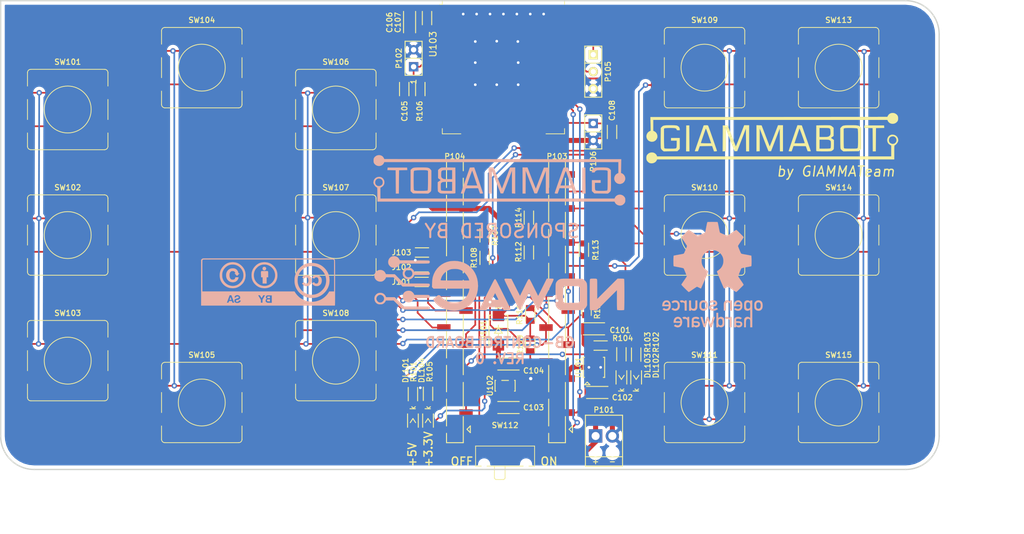
<source format=kicad_pcb>
(kicad_pcb (version 20171130) (host pcbnew "(5.1.6-0-10_14)")
  (layers (0 F.Cu signal hide) (31 B.Cu signal hide) (34 B.Paste user) (35 F.Paste user) (36 B.SilkS user) (37 F.SilkS user) (38 B.Mask user) (39 F.Mask user) (44 Edge.Cuts user))
  (net 0 "")
  (net 1 +5V)
  (net 2 GND)
  (net 3 +VBAT)
  (net 4 "Net-(C103-Pad1)")
  (net 5 "Net-(C104-Pad1)")
  (net 6 /ESP_ENABLE)
  (net 7 +3.3V)
  (net 8 /ESP_BOOT)
  (net 9 "Net-(DL101-Pad2)")
  (net 10 "Net-(DL102-Pad1)")
  (net 11 "Net-(DL102-Pad2)")
  (net 12 "Net-(DL103-Pad2)")
  (net 13 "Net-(DL103-Pad1)")
  (net 14 "Net-(DL104-Pad2)")
  (net 15 "Net-(P103-Pad16)")
  (net 16 "Net-(P103-Pad3)")
  (net 17 "Net-(P104-Pad11)")
  (net 18 "Net-(P104-Pad13)")
  (net 19 "Net-(P104-Pad15)")
  (net 20 "Net-(P104-Pad5)")
  (net 21 "Net-(P104-Pad3)")
  (net 22 "Net-(P104-Pad1)")
  (net 23 /ADC_BAT_STATUS)
  (net 24 "Net-(P104-Pad16)")
  (net 25 /ESP_PROG_RX)
  (net 26 /ESP_PROG_TX)
  (net 27 "Net-(R104-Pad1)")
  (net 28 /DIRECTION_C1)
  (net 29 /DIRECTION_R1)
  (net 30 /DIRECTION_R2)
  (net 31 /DIRECTION_R3)
  (net 32 /DIRECTION_C2)
  (net 33 /DIRECTION_C3)
  (net 34 /POWER_C1)
  (net 35 /POWER_R1)
  (net 36 /POWER_R2)
  (net 37 /POWER_R3)
  (net 38 "Net-(SW112-Pad1)")
  (net 39 /POWER_C2)
  (net 40 "Net-(U102-Pad4)")
  (net 41 "Net-(U103-Pad4)")
  (net 42 "Net-(U103-Pad5)")
  (net 43 "Net-(U103-Pad6)")
  (net 44 "Net-(U103-Pad7)")
  (net 45 "Net-(U103-Pad8)")
  (net 46 "Net-(U103-Pad9)")
  (net 47 "Net-(U103-Pad10)")
  (net 48 "Net-(U103-Pad11)")
  (net 49 "Net-(U103-Pad12)")
  (net 50 "Net-(U103-Pad13)")
  (net 51 "Net-(U103-Pad14)")
  (net 52 "Net-(U103-Pad16)")
  (net 53 "Net-(U103-Pad17)")
  (net 54 "Net-(U103-Pad18)")
  (net 55 "Net-(U103-Pad19)")
  (net 56 "Net-(U103-Pad20)")
  (net 57 "Net-(U103-Pad21)")
  (net 58 "Net-(U103-Pad22)")
  (net 59 "Net-(U103-Pad23)")
  (net 60 "Net-(U103-Pad24)")
  (net 61 /UART_CMD_TX)
  (net 62 /UART_CMD_RX)
  (net 63 /ESP2MCU_02)
  (net 64 /ESP2MCU_01)
  (net 65 "Net-(U103-Pad32)")
  (net 66 "Net-(U103-Pad33)")
  (net 67 "Net-(U103-Pad36)")
  (net 68 "Net-(U103-Pad37)")
  (net 69 /ADDR_0)
  (net 70 /ADDR_1)
  (net 71 /ADDR_2)
  (net 72 "Net-(U103-Pad26)")
  (net 73 "Net-(U103-Pad29)")
  (module EXTLOGO:GIAMMABOT_35MM_FSILK (layer F.Cu) (at 215.1 90.5)
    (fp_text reference G*** hide)
    (fp_text value LOGO hide)
  )
  (module EXTLOGO:LOGO_OSH_15MM_FSILK (layer B.Cu) (at 206.2 110.9 180)
    (fp_text reference G*** hide)
    (fp_text value LOGO hide)
  )
  (module EXTLOGO:LOGO_CC-BY-SA_20MM_FSILK (layer B.Cu) (at 139.9 112 180)
    (fp_text reference G*** hide)
    (fp_text value LOGO hide)
  )
  (module MECHANICAL:FIDUCIALMARK_1MM_3MM (layer F.Cu) (at 155 135)
    (fp_text reference VAL** hide)
    (fp_text value FIDUCIALMARK_1MM_3MM hide)
    (pad "" smd circle (at 0 0) (size 1 1) (layers F.Cu) (clearance 1))
  )
  (module MECHANICAL:FIDUCIALMARK_1MM_3MM (layer F.Cu) (at 235 75)
    (fp_text reference VAL** hide)
    (fp_text value FIDUCIALMARK_1MM_3MM hide)
    (pad "" smd circle (at 0 0) (size 1 1) (layers F.Cu) (clearance 1))
  )
  (module MECHANICAL:FIDUCIALMARK_1MM_3MM (layer F.Cu) (at 105 75)
    (fp_text reference VAL** hide)
    (fp_text value FIDUCIALMARK_1MM_3MM hide)
    (pad "" smd circle (at 0 0) (size 1 1) (layers F.Cu) (clearance 1))
  )
  (module LOGO:LOGO_NOWAE_40MM_FSILK (layer B.Cu) (at 174.4 112.2 180)
    (fp_text reference G*** hide)
    (fp_text value LOGO hide)
  )
  (module EXTLOGO:GIAMMABOT_35MM_FSILK (layer B.Cu) (at 174.4 96.8 180)
    (fp_text reference G*** hide)
    (fp_text value LOGO hide)
  )
  (module CAPACITOR:CAPACITOR-1206 (layer F.Cu) (at 188.5 119)
    (fp_text reference C101 (at 3.9 0.2) (layer F.SilkS) (effects (font (size 0.8 0.8))))
    (fp_text value 4u7 hide)
    (pad 1 smd rect (at -1.45 0) (size 0.9 1.7) (layers F.Cu F.Paste F.Mask) (net 1 +5V))
    (pad 2 smd rect (at 1.45 0) (size 0.9 1.7) (layers F.Cu F.Paste F.Mask) (net 2 GND))
  )
  (module CAPACITOR:CAPACITOR-1206 (layer F.Cu) (at 189 128.5)
    (fp_text reference C102 (at 3.75 0.75) (layer F.SilkS) (effects (font (size 0.8 0.8))))
    (fp_text value 4u7 hide)
    (pad 2 smd rect (at 1.45 0) (size 0.9 1.7) (layers F.Cu F.Paste F.Mask) (net 2 GND))
    (pad 1 smd rect (at -1.45 0) (size 0.9 1.7) (layers F.Cu F.Paste F.Mask) (net 3 +VBAT))
  )
  (module CAPACITOR:CAPACITOR-1206 (layer F.Cu) (at 175.75 130.75)
    (fp_text reference C103 (at 3.75 0) (layer F.SilkS) (effects (font (size 0.8 0.8))))
    (fp_text value 1u hide)
    (pad 2 smd rect (at 1.45 0) (size 0.9 1.7) (layers F.Cu F.Paste F.Mask) (net 2 GND))
    (pad 1 smd rect (at -1.45 0) (size 0.9 1.7) (layers F.Cu F.Paste F.Mask) (net 4 "Net-(C103-Pad1)"))
  )
  (module CAPACITOR:CAPACITOR-1206 (layer F.Cu) (at 175.75 124.25)
    (fp_text reference C104 (at 3.75 1) (layer F.SilkS) (effects (font (size 0.8 0.8))))
    (fp_text value 1u hide)
    (pad 1 smd rect (at -1.45 0) (size 0.9 1.7) (layers F.Cu F.Paste F.Mask) (net 5 "Net-(C104-Pad1)"))
    (pad 2 smd rect (at 1.45 0) (size 0.9 1.7) (layers F.Cu F.Paste F.Mask) (net 2 GND))
  )
  (module CAPACITOR:CAPACITOR-0805 (layer F.Cu) (at 160.2 83.2 270)
    (fp_text reference C105 (at 3.3 -0.05 90) (layer F.SilkS) (effects (font (size 0.8 0.8))))
    (fp_text value 100n hide)
    (pad 2 smd rect (at 0.95 0 270) (size 0.9 1.3) (layers F.Cu F.Paste F.Mask) (net 6 /ESP_ENABLE))
    (pad 1 smd rect (at -0.95 0 270) (size 0.9 1.3) (layers F.Cu F.Paste F.Mask) (net 2 GND))
  )
  (module CAPACITOR:CAPACITOR-1206 (layer F.Cu) (at 161 73.2 270)
    (fp_text reference C106 (at 0.05 3 90) (layer F.SilkS) (effects (font (size 0.8 0.8))))
    (fp_text value 10u hide)
    (pad 1 smd rect (at -1.45 0 270) (size 0.9 1.7) (layers F.Cu F.Paste F.Mask) (net 2 GND))
    (pad 2 smd rect (at 1.45 0 270) (size 0.9 1.7) (layers F.Cu F.Paste F.Mask) (net 7 +3.3V))
  )
  (module CAPACITOR:CAPACITOR-0805 (layer F.Cu) (at 163.6 72.6 90)
    (fp_text reference C107 (at -0.65 -4.35 90) (layer F.SilkS) (effects (font (size 0.8 0.8))))
    (fp_text value 100n hide)
    (pad 1 smd rect (at -0.95 0 90) (size 0.9 1.3) (layers F.Cu F.Paste F.Mask) (net 7 +3.3V))
    (pad 2 smd rect (at 0.95 0 90) (size 0.9 1.3) (layers F.Cu F.Paste F.Mask) (net 2 GND))
  )
  (module CAPACITOR:CAPACITOR-0805 (layer F.Cu) (at 191.2 89.6 90)
    (fp_text reference C108 (at 3.2 0 90) (layer F.SilkS) (effects (font (size 0.8 0.8))))
    (fp_text value 100n hide)
    (pad 1 smd rect (at -0.95 0 90) (size 0.9 1.3) (layers F.Cu F.Paste F.Mask) (net 2 GND))
    (pad 2 smd rect (at 0.95 0 90) (size 0.9 1.3) (layers F.Cu F.Paste F.Mask) (net 8 /ESP_BOOT))
  )
  (module LEDs:LED-0805 (layer F.Cu) (at 161.5 132.7 90)
    (fp_text reference DL101 (at 7.5 -1.1 90) (layer F.SilkS) (effects (font (size 0.8 0.8))))
    (fp_text value GREEN hide)
    (fp_text user k (at 1.9 0 90) (layer F.SilkS) (effects (font (size 0.8 0.8))))
    (pad 2 smd rect (at 0.95 0 90) (size 0.9 1.3) (layers F.Cu F.Paste F.Mask) (net 9 "Net-(DL101-Pad2)"))
    (pad 1 smd rect (at -0.95 0 90) (size 0.9 1.3) (layers F.Cu F.Paste F.Mask) (net 1 +5V))
  )
  (module LEDs:LED-0805 (layer F.Cu) (at 194.8 126.25 270)
    (fp_text reference DL102 (at -1.75 -2.95 90) (layer F.SilkS) (effects (font (size 0.8 0.8))))
    (fp_text value RED hide)
    (fp_text user k (at 1.9 0 90) (layer F.SilkS) (effects (font (size 0.8 0.8))))
    (pad 1 smd rect (at -0.95 0 270) (size 0.9 1.3) (layers F.Cu F.Paste F.Mask) (net 10 "Net-(DL102-Pad1)"))
    (pad 2 smd rect (at 0.95 0 270) (size 0.9 1.3) (layers F.Cu F.Paste F.Mask) (net 11 "Net-(DL102-Pad2)"))
  )
  (module LEDs:LED-0805 (layer F.Cu) (at 192.6 126.25 270)
    (fp_text reference DL103 (at -1.75 -3.9 90) (layer F.SilkS) (effects (font (size 0.8 0.8))))
    (fp_text value RED hide)
    (fp_text user k (at 1.9 0 90) (layer F.SilkS) (effects (font (size 0.8 0.8))))
    (pad 2 smd rect (at 0.95 0 270) (size 0.9 1.3) (layers F.Cu F.Paste F.Mask) (net 12 "Net-(DL103-Pad2)"))
    (pad 1 smd rect (at -0.95 0 270) (size 0.9 1.3) (layers F.Cu F.Paste F.Mask) (net 13 "Net-(DL103-Pad1)"))
  )
  (module LEDs:LED-0805 (layer F.Cu) (at 163.75 132.7 90)
    (fp_text reference DL104 (at 7.5 -0.95 90) (layer F.SilkS) (effects (font (size 0.8 0.8))))
    (fp_text value GREEN hide)
    (fp_text user k (at 1.9 0 90) (layer F.SilkS) (effects (font (size 0.8 0.8))))
    (pad 1 smd rect (at -0.95 0 90) (size 0.9 1.3) (layers F.Cu F.Paste F.Mask) (net 7 +3.3V))
    (pad 2 smd rect (at 0.95 0 90) (size 0.9 1.3) (layers F.Cu F.Paste F.Mask) (net 14 "Net-(DL104-Pad2)"))
  )
  (module CONNECTOR_MPT:CONN-MPT0.5_2-2.54 (layer F.Cu) (at 190 135)
    (fp_text reference P101 (at 0 -3.9) (layer F.SilkS) (effects (font (size 0.8 0.8))))
    (fp_text value BATTERY hide)
    (fp_text user - (at 1.25 3.8) (layer F.SilkS) (effects (font (size 0.8 0.8))))
    (fp_text user + (at -1.25 3.8) (layer F.SilkS) (effects (font (size 0.8 0.8))))
    (pad 1 thru_hole rect (at -1.25 0) (size 2 2) (drill 1.2) (layers *.Cu *.Mask) (net 3 +VBAT))
    (pad 2 thru_hole circle (at 1.25 0) (size 2 2) (drill 1.2) (layers *.Cu *.Mask) (net 2 GND))
    (pad "" np_thru_hole circle (at -1.27 2.54) (size 1.1 1.1) (drill 1.1) (layers *.Cu *.Mask))
    (pad "" np_thru_hole circle (at 1.27 2.54) (size 1.1 1.1) (drill 1.1) (layers *.Cu *.Mask))
  )
  (module CONNECTOR:CONN-STRIP-2x1-2.54 (layer F.Cu) (at 161.6 78.6 90)
    (fp_text reference P102 (at 0 -2.2 90) (layer F.SilkS) (effects (font (size 0.8 0.8))))
    (fp_text value EN_JMP hide)
    (fp_text user 1 (at -3.5 0 90) (layer F.SilkS) (effects (font (size 0.8 0.8))))
    (pad 2 thru_hole circle (at 1.27 0 90) (size 1.4 1.4) (drill 0.8) (layers *.Cu *.Mask) (net 2 GND))
    (pad 1 thru_hole rect (at -1.27 0 90) (size 1.4 1.4) (drill 0.8) (layers *.Cu *.Mask) (net 6 /ESP_ENABLE))
  )
  (module CONNECTOR:SOCKET_16x1_2.54_SMD-WE-61001611921 (layer F.Cu) (at 183 115 90)
    (fp_text reference P103 (at 21.75 0) (layer F.SilkS) (effects (font (size 0.8 0.8))))
    (fp_text value NUCLEO-CN3 hide)
    (pad 16 smd rect (at 19.05 1.66 90) (size 1 2) (layers F.Cu F.Paste F.Mask) (net 15 "Net-(P103-Pad16)"))
    (pad 14 smd rect (at 13.97 1.66 90) (size 1 2) (layers F.Cu F.Paste F.Mask) (net 34 /POWER_C1))
    (pad 12 smd rect (at 8.89 1.66 90) (size 1 2) (layers F.Cu F.Paste F.Mask) (net 36 /POWER_R2))
    (pad 10 smd rect (at 3.81 1.66 90) (size 1 2) (layers F.Cu F.Paste F.Mask) (net 33 /DIRECTION_C3))
    (pad 2 smd rect (at -16.51 1.66 90) (size 1 2) (layers F.Cu F.Paste F.Mask) (net 62 /UART_CMD_RX))
    (pad 4 smd rect (at -11.43 1.66 90) (size 1 2) (layers F.Cu F.Paste F.Mask) (net 2 GND))
    (pad 6 smd rect (at -6.35 1.66 90) (size 1 2) (layers F.Cu F.Paste F.Mask) (net 30 /DIRECTION_R2))
    (pad 1 smd rect (at -19.05 -1.65 90) (size 1 2) (layers F.Cu F.Paste F.Mask) (net 61 /UART_CMD_TX))
    (pad 3 smd rect (at -13.97 -1.65 90) (size 1 2) (layers F.Cu F.Paste F.Mask) (net 16 "Net-(P103-Pad3)"))
    (pad 5 smd rect (at -8.89 -1.65 90) (size 1 2) (layers F.Cu F.Paste F.Mask) (net 29 /DIRECTION_R1))
    (pad 7 smd rect (at -3.81 -1.65 90) (size 1 2) (layers F.Cu F.Paste F.Mask) (net 31 /DIRECTION_R3))
    (pad 15 smd rect (at 16.51 -1.65 90) (size 1 2) (layers F.Cu F.Paste F.Mask) (net 39 /POWER_C2))
    (pad 13 smd rect (at 11.43 -1.65 90) (size 1 2) (layers F.Cu F.Paste F.Mask) (net 37 /POWER_R3))
    (pad 11 smd rect (at 6.35 -1.65 90) (size 1 2) (layers F.Cu F.Paste F.Mask) (net 35 /POWER_R1))
    (pad 9 smd rect (at 1.27 -1.65 90) (size 1 2) (layers F.Cu F.Paste F.Mask) (net 32 /DIRECTION_C2))
    (pad 8 smd rect (at -1.27 1.66 90) (size 1 2) (layers F.Cu F.Paste F.Mask) (net 28 /DIRECTION_C1))
  )
  (module CONNECTOR:SOCKET_16x1_2.54_SMD-WE-61001611921 (layer F.Cu) (at 167.76 115 90)
    (fp_text reference P104 (at 21.75 -0.01) (layer F.SilkS) (effects (font (size 0.8 0.8))))
    (fp_text value NUCLEO-CN4 hide)
    (pad 8 smd rect (at -1.27 1.66 90) (size 1 2) (layers F.Cu F.Paste F.Mask) (net 69 /ADDR_0))
    (pad 9 smd rect (at 1.27 -1.65 90) (size 1 2) (layers F.Cu F.Paste F.Mask) (net 70 /ADDR_1))
    (pad 11 smd rect (at 6.35 -1.65 90) (size 1 2) (layers F.Cu F.Paste F.Mask) (net 17 "Net-(P104-Pad11)"))
    (pad 13 smd rect (at 11.43 -1.65 90) (size 1 2) (layers F.Cu F.Paste F.Mask) (net 18 "Net-(P104-Pad13)"))
    (pad 15 smd rect (at 16.51 -1.65 90) (size 1 2) (layers F.Cu F.Paste F.Mask) (net 19 "Net-(P104-Pad15)"))
    (pad 7 smd rect (at -3.81 -1.65 90) (size 1 2) (layers F.Cu F.Paste F.Mask) (net 63 /ESP2MCU_02))
    (pad 5 smd rect (at -8.89 -1.65 90) (size 1 2) (layers F.Cu F.Paste F.Mask) (net 20 "Net-(P104-Pad5)"))
    (pad 3 smd rect (at -13.97 -1.65 90) (size 1 2) (layers F.Cu F.Paste F.Mask) (net 21 "Net-(P104-Pad3)"))
    (pad 1 smd rect (at -19.05 -1.65 90) (size 1 2) (layers F.Cu F.Paste F.Mask) (net 22 "Net-(P104-Pad1)"))
    (pad 6 smd rect (at -6.35 1.66 90) (size 1 2) (layers F.Cu F.Paste F.Mask) (net 64 /ESP2MCU_01))
    (pad 4 smd rect (at -11.43 1.66 90) (size 1 2) (layers F.Cu F.Paste F.Mask) (net 1 +5V))
    (pad 2 smd rect (at -16.51 1.66 90) (size 1 2) (layers F.Cu F.Paste F.Mask) (net 2 GND))
    (pad 10 smd rect (at 3.81 1.66 90) (size 1 2) (layers F.Cu F.Paste F.Mask) (net 71 /ADDR_2))
    (pad 12 smd rect (at 8.89 1.66 90) (size 1 2) (layers F.Cu F.Paste F.Mask) (net 23 /ADC_BAT_STATUS))
    (pad 14 smd rect (at 13.97 1.66 90) (size 1 2) (layers F.Cu F.Paste F.Mask) (net 7 +3.3V))
    (pad 16 smd rect (at 19.05 1.66 90) (size 1 2) (layers F.Cu F.Paste F.Mask) (net 24 "Net-(P104-Pad16)"))
  )
  (module CONNECTOR:CONN-STRIP-3x1-2.54 (layer F.Cu) (at 188.4 80.6 270)
    (fp_text reference P105 (at 0 -2.2 90) (layer F.SilkS) (effects (font (size 0.8 0.8))))
    (fp_text value ESP_PROG hide)
    (pad 2 thru_hole circle (at 0 0 270) (size 1.4 1.4) (drill 0.8) (layers *.Cu *.Mask F.SilkS) (net 25 /ESP_PROG_RX))
    (pad 1 thru_hole rect (at -2.54 0 270) (size 1.4 1.4) (drill 0.8) (layers *.Cu *.Mask F.SilkS) (net 26 /ESP_PROG_TX))
    (pad 3 thru_hole circle (at 2.54 0 270) (size 1.4 1.4) (drill 0.8) (layers *.Cu *.Mask F.SilkS) (net 2 GND))
  )
  (module CONNECTOR:CONN-STRIP-2x1-2.54 (layer F.Cu) (at 188.4 89.6 270)
    (fp_text reference P106 (at 4.4 0 90) (layer F.SilkS) (effects (font (size 0.8 0.8))))
    (fp_text value BOOT_JMP hide)
    (pad 1 thru_hole rect (at -1.27 0 270) (size 1.4 1.4) (drill 0.8) (layers *.Cu *.Mask) (net 8 /ESP_BOOT))
    (pad 2 thru_hole circle (at 1.27 0 270) (size 1.4 1.4) (drill 0.8) (layers *.Cu *.Mask) (net 2 GND))
  )
  (module RESISTOR:RESISTOR-0805 (layer F.Cu) (at 161.5 128.75 270)
    (fp_text reference R101 (at -3.35 -0.1 90) (layer F.SilkS) (effects (font (size 0.8 0.8))))
    (fp_text value 330 hide)
    (pad 1 smd rect (at -0.95 0 270) (size 0.9 1.3) (layers F.Cu F.Paste F.Mask) (net 2 GND))
    (pad 2 smd rect (at 0.95 0 270) (size 0.9 1.3) (layers F.Cu F.Paste F.Mask) (net 9 "Net-(DL101-Pad2)"))
  )
  (module RESISTOR:RESISTOR-0805 (layer F.Cu) (at 194.8 122.85 270)
    (fp_text reference R102 (at -1.85 -2.95 90) (layer F.SilkS) (effects (font (size 0.8 0.8))))
    (fp_text value 270 hide)
    (pad 1 smd rect (at -0.95 0 270) (size 0.9 1.3) (layers F.Cu F.Paste F.Mask) (net 1 +5V))
    (pad 2 smd rect (at 0.95 0 270) (size 0.9 1.3) (layers F.Cu F.Paste F.Mask) (net 10 "Net-(DL102-Pad1)"))
  )
  (module RESISTOR:RESISTOR-0805 (layer F.Cu) (at 192.6 122.8 270)
    (fp_text reference R103 (at -1.8 -3.9 90) (layer F.SilkS) (effects (font (size 0.8 0.8))))
    (fp_text value 270 hide)
    (pad 2 smd rect (at 0.95 0 270) (size 0.9 1.3) (layers F.Cu F.Paste F.Mask) (net 13 "Net-(DL103-Pad1)"))
    (pad 1 smd rect (at -0.95 0 270) (size 0.9 1.3) (layers F.Cu F.Paste F.Mask) (net 1 +5V))
  )
  (module RESISTOR:RESISTOR-0805 (layer F.Cu) (at 189.5 121.5)
    (fp_text reference R104 (at 3.3 -1.1) (layer F.SilkS) (effects (font (size 0.8 0.8))))
    (fp_text value TBD hide)
    (pad 1 smd rect (at -0.95 0) (size 0.9 1.3) (layers F.Cu F.Paste F.Mask) (net 27 "Net-(R104-Pad1)"))
    (pad 2 smd rect (at 0.95 0) (size 0.9 1.3) (layers F.Cu F.Paste F.Mask) (net 2 GND))
  )
  (module RESISTOR:RESISTOR-0805 (layer F.Cu) (at 163.75 128.7 270)
    (fp_text reference R105 (at -3.3 -0.25 90) (layer F.SilkS) (effects (font (size 0.8 0.8))))
    (fp_text value 330 hide)
    (pad 2 smd rect (at 0.95 0 270) (size 0.9 1.3) (layers F.Cu F.Paste F.Mask) (net 14 "Net-(DL104-Pad2)"))
    (pad 1 smd rect (at -0.95 0 270) (size 0.9 1.3) (layers F.Cu F.Paste F.Mask) (net 2 GND))
  )
  (module RESISTOR:RESISTOR-0805 (layer F.Cu) (at 162.6 83.2 90)
    (fp_text reference R106 (at -3.3 -0.1 90) (layer F.SilkS) (effects (font (size 0.8 0.8))))
    (fp_text value 10k hide)
    (pad 2 smd rect (at 0.95 0 90) (size 0.9 1.3) (layers F.Cu F.Paste F.Mask) (net 6 /ESP_ENABLE))
    (pad 1 smd rect (at -0.95 0 90) (size 0.9 1.3) (layers F.Cu F.Paste F.Mask) (net 7 +3.3V))
  )
  (module RESISTOR:RESISTOR-0805 (layer F.Cu) (at 172.2 105.05 90)
    (fp_text reference R107 (at 0 1.55 90) (layer F.SilkS) (effects (font (size 0.8 0.8))))
    (fp_text value TBD hide)
    (pad 1 smd rect (at -0.95 0 90) (size 0.9 1.3) (layers F.Cu F.Paste F.Mask) (net 23 /ADC_BAT_STATUS))
    (pad 2 smd rect (at 0.95 0 90) (size 0.9 1.3) (layers F.Cu F.Paste F.Mask) (net 3 +VBAT))
  )
  (module RESISTOR:RESISTOR-0805 (layer F.Cu) (at 172.2 108.4 90)
    (fp_text reference R108 (at 0 -1.6 90) (layer F.SilkS) (effects (font (size 0.8 0.8))))
    (fp_text value TBD hide)
    (pad 2 smd rect (at 0.95 0 90) (size 0.9 1.3) (layers F.Cu F.Paste F.Mask) (net 23 /ADC_BAT_STATUS))
    (pad 1 smd rect (at -0.95 0 90) (size 0.9 1.3) (layers F.Cu F.Paste F.Mask) (net 2 GND))
  )
  (module BUTTON:BUTTON-WE-430162073826 (layer F.Cu) (at 110 86.25)
    (fp_text reference SW101 (at 0 -7.1) (layer F.SilkS) (effects (font (size 0.8 0.8))))
    (fp_text value 430162073826 hide)
    (pad 1 smd rect (at -7 -2.5) (size 2 1.8) (layers F.Cu F.Paste F.Mask) (net 28 /DIRECTION_C1))
    (pad 3 smd rect (at -7 2.5) (size 2 1.8) (layers F.Cu F.Paste F.Mask) (net 29 /DIRECTION_R1))
    (pad 2 smd rect (at 7 -2.5) (size 2 1.8) (layers F.Cu F.Paste F.Mask) (net 28 /DIRECTION_C1))
    (pad 4 smd rect (at 7 2.5) (size 2 1.8) (layers F.Cu F.Paste F.Mask) (net 29 /DIRECTION_R1))
  )
  (module BUTTON:BUTTON-WE-430162073826 (layer F.Cu) (at 110 105)
    (fp_text reference SW102 (at 0 -7.1) (layer F.SilkS) (effects (font (size 0.8 0.8))))
    (fp_text value 430162073826 hide)
    (pad 4 smd rect (at 7 2.5) (size 2 1.8) (layers F.Cu F.Paste F.Mask) (net 30 /DIRECTION_R2))
    (pad 2 smd rect (at 7 -2.5) (size 2 1.8) (layers F.Cu F.Paste F.Mask) (net 28 /DIRECTION_C1))
    (pad 3 smd rect (at -7 2.5) (size 2 1.8) (layers F.Cu F.Paste F.Mask) (net 30 /DIRECTION_R2))
    (pad 1 smd rect (at -7 -2.5) (size 2 1.8) (layers F.Cu F.Paste F.Mask) (net 28 /DIRECTION_C1))
  )
  (module BUTTON:BUTTON-WE-430162073826 (layer F.Cu) (at 110 123.75)
    (fp_text reference SW103 (at 0 -7.1) (layer F.SilkS) (effects (font (size 0.8 0.8))))
    (fp_text value 430162073826 hide)
    (pad 1 smd rect (at -7 -2.5) (size 2 1.8) (layers F.Cu F.Paste F.Mask) (net 28 /DIRECTION_C1))
    (pad 3 smd rect (at -7 2.5) (size 2 1.8) (layers F.Cu F.Paste F.Mask) (net 31 /DIRECTION_R3))
    (pad 2 smd rect (at 7 -2.5) (size 2 1.8) (layers F.Cu F.Paste F.Mask) (net 28 /DIRECTION_C1))
    (pad 4 smd rect (at 7 2.5) (size 2 1.8) (layers F.Cu F.Paste F.Mask) (net 31 /DIRECTION_R3))
  )
  (module BUTTON:BUTTON-WE-430162073826 (layer F.Cu) (at 130 80)
    (fp_text reference SW104 (at 0 -7.1) (layer F.SilkS) (effects (font (size 0.8 0.8))))
    (fp_text value 430162073826 hide)
    (pad 4 smd rect (at 7 2.5) (size 2 1.8) (layers F.Cu F.Paste F.Mask) (net 29 /DIRECTION_R1))
    (pad 2 smd rect (at 7 -2.5) (size 2 1.8) (layers F.Cu F.Paste F.Mask) (net 32 /DIRECTION_C2))
    (pad 3 smd rect (at -7 2.5) (size 2 1.8) (layers F.Cu F.Paste F.Mask) (net 29 /DIRECTION_R1))
    (pad 1 smd rect (at -7 -2.5) (size 2 1.8) (layers F.Cu F.Paste F.Mask) (net 32 /DIRECTION_C2))
  )
  (module BUTTON:BUTTON-WE-430162073826 (layer F.Cu) (at 130 130)
    (fp_text reference SW105 (at 0 -7.1) (layer F.SilkS) (effects (font (size 0.8 0.8))))
    (fp_text value 430162073826 hide)
    (pad 1 smd rect (at -7 -2.5) (size 2 1.8) (layers F.Cu F.Paste F.Mask) (net 32 /DIRECTION_C2))
    (pad 3 smd rect (at -7 2.5) (size 2 1.8) (layers F.Cu F.Paste F.Mask) (net 31 /DIRECTION_R3))
    (pad 2 smd rect (at 7 -2.5) (size 2 1.8) (layers F.Cu F.Paste F.Mask) (net 32 /DIRECTION_C2))
    (pad 4 smd rect (at 7 2.5) (size 2 1.8) (layers F.Cu F.Paste F.Mask) (net 31 /DIRECTION_R3))
  )
  (module BUTTON:BUTTON-WE-430162073826 (layer F.Cu) (at 150 86.25)
    (fp_text reference SW106 (at 0 -7.1) (layer F.SilkS) (effects (font (size 0.8 0.8))))
    (fp_text value 430162073826 hide)
    (pad 4 smd rect (at 7 2.5) (size 2 1.8) (layers F.Cu F.Paste F.Mask) (net 29 /DIRECTION_R1))
    (pad 2 smd rect (at 7 -2.5) (size 2 1.8) (layers F.Cu F.Paste F.Mask) (net 33 /DIRECTION_C3))
    (pad 3 smd rect (at -7 2.5) (size 2 1.8) (layers F.Cu F.Paste F.Mask) (net 29 /DIRECTION_R1))
    (pad 1 smd rect (at -7 -2.5) (size 2 1.8) (layers F.Cu F.Paste F.Mask) (net 33 /DIRECTION_C3))
  )
  (module BUTTON:BUTTON-WE-430162073826 (layer F.Cu) (at 150 105)
    (fp_text reference SW107 (at 0 -7.1) (layer F.SilkS) (effects (font (size 0.8 0.8))))
    (fp_text value 430162073826 hide)
    (pad 1 smd rect (at -7 -2.5) (size 2 1.8) (layers F.Cu F.Paste F.Mask) (net 33 /DIRECTION_C3))
    (pad 3 smd rect (at -7 2.5) (size 2 1.8) (layers F.Cu F.Paste F.Mask) (net 30 /DIRECTION_R2))
    (pad 2 smd rect (at 7 -2.5) (size 2 1.8) (layers F.Cu F.Paste F.Mask) (net 33 /DIRECTION_C3))
    (pad 4 smd rect (at 7 2.5) (size 2 1.8) (layers F.Cu F.Paste F.Mask) (net 30 /DIRECTION_R2))
  )
  (module BUTTON:BUTTON-WE-430162073826 (layer F.Cu) (at 150 123.75)
    (fp_text reference SW108 (at 0 -7.1) (layer F.SilkS) (effects (font (size 0.8 0.8))))
    (fp_text value 430162073826 hide)
    (pad 4 smd rect (at 7 2.5) (size 2 1.8) (layers F.Cu F.Paste F.Mask) (net 31 /DIRECTION_R3))
    (pad 2 smd rect (at 7 -2.5) (size 2 1.8) (layers F.Cu F.Paste F.Mask) (net 33 /DIRECTION_C3))
    (pad 3 smd rect (at -7 2.5) (size 2 1.8) (layers F.Cu F.Paste F.Mask) (net 31 /DIRECTION_R3))
    (pad 1 smd rect (at -7 -2.5) (size 2 1.8) (layers F.Cu F.Paste F.Mask) (net 33 /DIRECTION_C3))
  )
  (module BUTTON:BUTTON-WE-430162073826 (layer F.Cu) (at 205 80)
    (fp_text reference SW109 (at 0 -7.1) (layer F.SilkS) (effects (font (size 0.8 0.8))))
    (fp_text value 430162073826 hide)
    (pad 1 smd rect (at -7 -2.5) (size 2 1.8) (layers F.Cu F.Paste F.Mask) (net 34 /POWER_C1))
    (pad 3 smd rect (at -7 2.5) (size 2 1.8) (layers F.Cu F.Paste F.Mask) (net 35 /POWER_R1))
    (pad 2 smd rect (at 7 -2.5) (size 2 1.8) (layers F.Cu F.Paste F.Mask) (net 34 /POWER_C1))
    (pad 4 smd rect (at 7 2.5) (size 2 1.8) (layers F.Cu F.Paste F.Mask) (net 35 /POWER_R1))
  )
  (module BUTTON:BUTTON-WE-430162073826 (layer F.Cu) (at 205 105)
    (fp_text reference SW110 (at 0 -7.1) (layer F.SilkS) (effects (font (size 0.8 0.8))))
    (fp_text value 430162073826 hide)
    (pad 4 smd rect (at 7 2.5) (size 2 1.8) (layers F.Cu F.Paste F.Mask) (net 36 /POWER_R2))
    (pad 2 smd rect (at 7 -2.5) (size 2 1.8) (layers F.Cu F.Paste F.Mask) (net 34 /POWER_C1))
    (pad 3 smd rect (at -7 2.5) (size 2 1.8) (layers F.Cu F.Paste F.Mask) (net 36 /POWER_R2))
    (pad 1 smd rect (at -7 -2.5) (size 2 1.8) (layers F.Cu F.Paste F.Mask) (net 34 /POWER_C1))
  )
  (module BUTTON:BUTTON-WE-430162073826 (layer F.Cu) (at 205 130)
    (fp_text reference SW111 (at 0 -7.1) (layer F.SilkS) (effects (font (size 0.8 0.8))))
    (fp_text value 430162073826 hide)
    (pad 4 smd rect (at 7 2.5) (size 2 1.8) (layers F.Cu F.Paste F.Mask) (net 37 /POWER_R3))
    (pad 2 smd rect (at 7 -2.5) (size 2 1.8) (layers F.Cu F.Paste F.Mask) (net 34 /POWER_C1))
    (pad 3 smd rect (at -7 2.5) (size 2 1.8) (layers F.Cu F.Paste F.Mask) (net 37 /POWER_R3))
    (pad 1 smd rect (at -7 -2.5) (size 2 1.8) (layers F.Cu F.Paste F.Mask) (net 34 /POWER_C1))
  )
  (module SWITCH:SWITCH-SPDT-WURTH-450405020524 (layer F.Cu) (at 175.25 138)
    (fp_text reference SW112 (at 0 -4.6) (layer F.SilkS) (effects (font (size 0.8 0.8))))
    (fp_text value 450405020524 hide)
    (pad 3 smd rect (at 1 -2.8 180) (size 1 1.9) (layers F.Cu F.Paste F.Mask) (net 3 +VBAT))
    (pad "" np_thru_hole circle (at -3.125 1.25) (size 0.8 0.8) (drill 0.8) (layers *.Cu *.Mask))
    (pad "" np_thru_hole circle (at 3.125 1.25) (size 0.8 0.8) (drill 0.8) (layers *.Cu *.Mask))
    (pad 2 smd rect (at -1 -2.8 180) (size 1 1.9) (layers F.Cu F.Paste F.Mask) (net 4 "Net-(C103-Pad1)"))
    (pad 1 smd rect (at -3 -2.8 180) (size 1 1.9) (layers F.Cu F.Paste F.Mask) (net 38 "Net-(SW112-Pad1)"))
  )
  (module BUTTON:BUTTON-WE-430162073826 (layer F.Cu) (at 225 80)
    (fp_text reference SW113 (at 0 -7.1) (layer F.SilkS) (effects (font (size 0.8 0.8))))
    (fp_text value 430162073826 hide)
    (pad 1 smd rect (at -7 -2.5) (size 2 1.8) (layers F.Cu F.Paste F.Mask) (net 39 /POWER_C2))
    (pad 3 smd rect (at -7 2.5) (size 2 1.8) (layers F.Cu F.Paste F.Mask) (net 35 /POWER_R1))
    (pad 2 smd rect (at 7 -2.5) (size 2 1.8) (layers F.Cu F.Paste F.Mask) (net 39 /POWER_C2))
    (pad 4 smd rect (at 7 2.5) (size 2 1.8) (layers F.Cu F.Paste F.Mask) (net 35 /POWER_R1))
  )
  (module BUTTON:BUTTON-WE-430162073826 (layer F.Cu) (at 225 105)
    (fp_text reference SW114 (at 0 -7.1) (layer F.SilkS) (effects (font (size 0.8 0.8))))
    (fp_text value 430162073826 hide)
    (pad 4 smd rect (at 7 2.5) (size 2 1.8) (layers F.Cu F.Paste F.Mask) (net 36 /POWER_R2))
    (pad 2 smd rect (at 7 -2.5) (size 2 1.8) (layers F.Cu F.Paste F.Mask) (net 39 /POWER_C2))
    (pad 3 smd rect (at -7 2.5) (size 2 1.8) (layers F.Cu F.Paste F.Mask) (net 36 /POWER_R2))
    (pad 1 smd rect (at -7 -2.5) (size 2 1.8) (layers F.Cu F.Paste F.Mask) (net 39 /POWER_C2))
  )
  (module BUTTON:BUTTON-WE-430162073826 (layer F.Cu) (at 225 130)
    (fp_text reference SW115 (at 0 -7.1) (layer F.SilkS) (effects (font (size 0.8 0.8))))
    (fp_text value 430162073826 hide)
    (pad 1 smd rect (at -7 -2.5) (size 2 1.8) (layers F.Cu F.Paste F.Mask) (net 39 /POWER_C2))
    (pad 3 smd rect (at -7 2.5) (size 2 1.8) (layers F.Cu F.Paste F.Mask) (net 37 /POWER_R3))
    (pad 2 smd rect (at 7 -2.5) (size 2 1.8) (layers F.Cu F.Paste F.Mask) (net 39 /POWER_C2))
    (pad 4 smd rect (at 7 2.5) (size 2 1.8) (layers F.Cu F.Paste F.Mask) (net 37 /POWER_R3))
  )
  (module DFN:DFN6_3.0x3.0_1.0 (layer F.Cu) (at 188.5 124.75 90)
    (fp_text reference U101 (at 0 -2.3 90) (layer F.SilkS) (effects (font (size 0.8 0.8))))
    (fp_text value STBC08PMR hide)
    (pad 1 smd rect (at -1.5 -1 90) (size 0.9 0.5) (layers F.Cu F.Paste F.Mask) (net 3 +VBAT))
    (pad 2 smd rect (at -1.5 0 90) (size 0.9 0.5) (layers F.Cu F.Paste F.Mask) (net 11 "Net-(DL102-Pad2)"))
    (pad 3 smd rect (at -1.5 1 90) (size 0.9 0.5) (layers F.Cu F.Paste F.Mask) (net 12 "Net-(DL103-Pad2)"))
    (pad 4 smd rect (at 1.5 1 90) (size 0.9 0.5) (layers F.Cu F.Paste F.Mask) (net 2 GND))
    (pad 5 smd rect (at 1.5 0 90) (size 0.9 0.5) (layers F.Cu F.Paste F.Mask) (net 27 "Net-(R104-Pad1)"))
    (pad 6 smd rect (at 1.5 -1 90) (size 0.9 0.5) (layers F.Cu F.Paste F.Mask) (net 1 +5V))
    (pad 7 smd rect (at 0 0 90) (size 1.6 2.5) (layers F.Cu F.Paste F.Mask) (net 2 GND))
  )
  (module SOT:SOT23-5 (layer F.Cu) (at 175.25 127.5 90)
    (fp_text reference U102 (at 0 -2.25 90) (layer F.SilkS) (effects (font (size 0.8 0.8))))
    (fp_text value TLV70233DBV hide)
    (pad 1 smd rect (at -1.1 -0.95 90) (size 1.06 0.65) (layers F.Cu F.Paste F.Mask) (net 4 "Net-(C103-Pad1)"))
    (pad 2 smd rect (at -1.1 0 90) (size 1.06 0.65) (layers F.Cu F.Paste F.Mask) (net 2 GND))
    (pad 3 smd rect (at -1.1 0.95 90) (size 1.06 0.65) (layers F.Cu F.Paste F.Mask) (net 4 "Net-(C103-Pad1)"))
    (pad 4 smd rect (at 1.1 0.95 90) (size 1.06 0.65) (layers F.Cu F.Paste F.Mask) (net 40 "Net-(U102-Pad4)"))
    (pad 5 smd rect (at 1.1 -0.95 90) (size 1.06 0.65) (layers F.Cu F.Paste F.Mask) (net 5 "Net-(C104-Pad1)"))
  )
  (module WIFI:ESP32-WROOM-32D (layer F.Cu) (at 175 80)
    (fp_text reference U103 (at -10.5 -3.5 90) (layer F.SilkS))
    (fp_text value "ESP32-WROOM-32E(8MB)")
    (pad 39 smd rect (at -1 -0.755) (size 5 5) (layers F.Cu F.Paste F.Mask) (net 2 GND))
    (pad 1 smd rect (at -8.5 -8.255) (size 2 0.9) (layers F.Cu F.Paste F.Mask) (net 2 GND))
    (pad 2 smd rect (at -8.5 -6.985) (size 2 0.9) (layers F.Cu F.Paste F.Mask) (net 7 +3.3V))
    (pad 3 smd rect (at -8.5 -5.715) (size 2 0.9) (layers F.Cu F.Paste F.Mask) (net 6 /ESP_ENABLE))
    (pad 4 smd rect (at -8.5 -4.445) (size 2 0.9) (layers F.Cu F.Paste F.Mask) (net 41 "Net-(U103-Pad4)"))
    (pad 5 smd rect (at -8.5 -3.175) (size 2 0.9) (layers F.Cu F.Paste F.Mask) (net 42 "Net-(U103-Pad5)"))
    (pad 6 smd rect (at -8.5 -1.905) (size 2 0.9) (layers F.Cu F.Paste F.Mask) (net 43 "Net-(U103-Pad6)"))
    (pad 7 smd rect (at -8.5 -0.635) (size 2 0.9) (layers F.Cu F.Paste F.Mask) (net 44 "Net-(U103-Pad7)"))
    (pad 8 smd rect (at -8.5 0.635) (size 2 0.9) (layers F.Cu F.Paste F.Mask) (net 45 "Net-(U103-Pad8)"))
    (pad 9 smd rect (at -8.5 1.905) (size 2 0.9) (layers F.Cu F.Paste F.Mask) (net 46 "Net-(U103-Pad9)"))
    (pad 10 smd rect (at -8.5 3.175) (size 2 0.9) (layers F.Cu F.Paste F.Mask) (net 47 "Net-(U103-Pad10)"))
    (pad 11 smd rect (at -8.5 4.445) (size 2 0.9) (layers F.Cu F.Paste F.Mask) (net 48 "Net-(U103-Pad11)"))
    (pad 12 smd rect (at -8.5 5.715) (size 2 0.9) (layers F.Cu F.Paste F.Mask) (net 49 "Net-(U103-Pad12)"))
    (pad 13 smd rect (at -8.5 6.985) (size 2 0.9) (layers F.Cu F.Paste F.Mask) (net 50 "Net-(U103-Pad13)"))
    (pad 14 smd rect (at -8.5 8.255) (size 2 0.9) (layers F.Cu F.Paste F.Mask) (net 51 "Net-(U103-Pad14)"))
    (pad 15 smd rect (at -5.715 9.255 90) (size 2 0.9) (layers F.Cu F.Paste F.Mask) (net 2 GND))
    (pad 16 smd rect (at -4.445 9.255 90) (size 2 0.9) (layers F.Cu F.Paste F.Mask) (net 52 "Net-(U103-Pad16)"))
    (pad 17 smd rect (at -3.175 9.255 90) (size 2 0.9) (layers F.Cu F.Paste F.Mask) (net 53 "Net-(U103-Pad17)"))
    (pad 18 smd rect (at -1.905 9.255 90) (size 2 0.9) (layers F.Cu F.Paste F.Mask) (net 54 "Net-(U103-Pad18)"))
    (pad 19 smd rect (at -0.635 9.255 90) (size 2 0.9) (layers F.Cu F.Paste F.Mask) (net 55 "Net-(U103-Pad19)"))
    (pad 20 smd rect (at 0.635 9.255 90) (size 2 0.9) (layers F.Cu F.Paste F.Mask) (net 56 "Net-(U103-Pad20)"))
    (pad 21 smd rect (at 1.905 9.255 90) (size 2 0.9) (layers F.Cu F.Paste F.Mask) (net 57 "Net-(U103-Pad21)"))
    (pad 22 smd rect (at 3.175 9.255 90) (size 2 0.9) (layers F.Cu F.Paste F.Mask) (net 58 "Net-(U103-Pad22)"))
    (pad 23 smd rect (at 4.445 9.255 90) (size 2 0.9) (layers F.Cu F.Paste F.Mask) (net 59 "Net-(U103-Pad23)"))
    (pad 24 smd rect (at 5.715 9.255 90) (size 2 0.9) (layers F.Cu F.Paste F.Mask) (net 60 "Net-(U103-Pad24)"))
    (pad 25 smd rect (at 8.5 8.255) (size 2 0.9) (layers F.Cu F.Paste F.Mask) (net 8 /ESP_BOOT))
    (pad 26 smd rect (at 8.5 6.985) (size 2 0.9) (layers F.Cu F.Paste F.Mask) (net 72 "Net-(U103-Pad26)"))
    (pad 27 smd rect (at 8.5 5.715) (size 2 0.9) (layers F.Cu F.Paste F.Mask) (net 61 /UART_CMD_TX))
    (pad 28 smd rect (at 8.5 4.445) (size 2 0.9) (layers F.Cu F.Paste F.Mask) (net 62 /UART_CMD_RX))
    (pad 29 smd rect (at 8.5 3.175) (size 2 0.9) (layers F.Cu F.Paste F.Mask) (net 73 "Net-(U103-Pad29)"))
    (pad 30 smd rect (at 8.5 1.905) (size 2 0.9) (layers F.Cu F.Paste F.Mask) (net 63 /ESP2MCU_02))
    (pad 31 smd rect (at 8.5 0.635) (size 2 0.9) (layers F.Cu F.Paste F.Mask) (net 64 /ESP2MCU_01))
    (pad 32 smd rect (at 8.5 -0.635) (size 2 0.9) (layers F.Cu F.Paste F.Mask) (net 65 "Net-(U103-Pad32)"))
    (pad 33 smd rect (at 8.5 -1.905) (size 2 0.9) (layers F.Cu F.Paste F.Mask) (net 66 "Net-(U103-Pad33)"))
    (pad 34 smd rect (at 8.5 -3.175) (size 2 0.9) (layers F.Cu F.Paste F.Mask) (net 25 /ESP_PROG_RX))
    (pad 35 smd rect (at 8.5 -4.445) (size 2 0.9) (layers F.Cu F.Paste F.Mask) (net 26 /ESP_PROG_TX))
    (pad 36 smd rect (at 8.5 -5.715) (size 2 0.9) (layers F.Cu F.Paste F.Mask) (net 67 "Net-(U103-Pad36)"))
    (pad 37 smd rect (at 8.5 -6.985) (size 2 0.9) (layers F.Cu F.Paste F.Mask) (net 68 "Net-(U103-Pad37)"))
    (pad 38 smd rect (at 8.5 -8.255) (size 2 0.9) (layers F.Cu F.Paste F.Mask) (net 2 GND))
  )
  (module DIODE:DIODE-DO214AC-UNI (layer F.Cu) (at 174.25 119.25 90)
    (fp_text reference D101 (at 0 -2.2 90) (layer F.SilkS) (effects (font (size 0.8 0.8))))
    (fp_text value MBRA340T3G hide)
    (fp_text user k (at 3.5 0 90) (layer F.SilkS) (effects (font (size 0.8 0.8))))
    (pad 2 smd rect (at -2.2 0 90) (size 1.6 1.7) (layers F.Cu F.Paste F.Mask) (net 5 "Net-(C104-Pad1)"))
    (pad 1 smd rect (at 2.2 0 90) (size 1.6 1.7) (layers F.Cu F.Paste F.Mask) (net 7 +3.3V))
  )
  (module RESISTOR:RESISTOR-0805 (layer F.Cu) (at 179 121.4 270)
    (fp_text reference R109 (at 0 1.5 90) (layer F.SilkS) (effects (font (size 0.8 0.8))))
    (fp_text value 10k hide)
    (pad 2 smd rect (at 0.95 0 270) (size 0.9 1.3) (layers F.Cu F.Paste F.Mask) (net 29 /DIRECTION_R1))
    (pad 1 smd rect (at -0.95 0 270) (size 0.9 1.3) (layers F.Cu F.Paste F.Mask) (net 7 +3.3V))
  )
  (module RESISTOR:RESISTOR-0805 (layer F.Cu) (at 187.4 116 270)
    (fp_text reference R110 (at 0 -1.6 90) (layer F.SilkS) (effects (font (size 0.8 0.8))))
    (fp_text value 10k hide)
    (pad 1 smd rect (at -0.95 0 270) (size 0.9 1.3) (layers F.Cu F.Paste F.Mask) (net 7 +3.3V))
    (pad 2 smd rect (at 0.95 0 270) (size 0.9 1.3) (layers F.Cu F.Paste F.Mask) (net 30 /DIRECTION_R2))
  )
  (module RESISTOR:RESISTOR-0805 (layer F.Cu) (at 179 116.85 90)
    (fp_text reference R111 (at 0 -1.6 90) (layer F.SilkS) (effects (font (size 0.8 0.8))))
    (fp_text value 10k hide)
    (pad 2 smd rect (at 0.95 0 90) (size 0.9 1.3) (layers F.Cu F.Paste F.Mask) (net 31 /DIRECTION_R3))
    (pad 1 smd rect (at -0.95 0 90) (size 0.9 1.3) (layers F.Cu F.Paste F.Mask) (net 7 +3.3V))
  )
  (module RESISTOR:RESISTOR-0805 (layer F.Cu) (at 178.8 107.6 270)
    (fp_text reference R112 (at -0.1 1.55 90) (layer F.SilkS) (effects (font (size 0.8 0.8))))
    (fp_text value 10k hide)
    (pad 1 smd rect (at -0.95 0 270) (size 0.9 1.3) (layers F.Cu F.Paste F.Mask) (net 7 +3.3V))
    (pad 2 smd rect (at 0.95 0 270) (size 0.9 1.3) (layers F.Cu F.Paste F.Mask) (net 35 /POWER_R1))
  )
  (module RESISTOR:RESISTOR-0805 (layer F.Cu) (at 187 107.2 90)
    (fp_text reference R113 (at -0.05 1.75 90) (layer F.SilkS) (effects (font (size 0.8 0.8))))
    (fp_text value 10k hide)
    (pad 2 smd rect (at 0.95 0 90) (size 0.9 1.3) (layers F.Cu F.Paste F.Mask) (net 36 /POWER_R2))
    (pad 1 smd rect (at -0.95 0 90) (size 0.9 1.3) (layers F.Cu F.Paste F.Mask) (net 7 +3.3V))
  )
  (module RESISTOR:RESISTOR-0805 (layer F.Cu) (at 178.8 102.4 270)
    (fp_text reference R114 (at 0 1.55 90) (layer F.SilkS) (effects (font (size 0.8 0.8))))
    (fp_text value 10k hide)
    (pad 1 smd rect (at -0.95 0 270) (size 0.9 1.3) (layers F.Cu F.Paste F.Mask) (net 7 +3.3V))
    (pad 2 smd rect (at 0.95 0 270) (size 0.9 1.3) (layers F.Cu F.Paste F.Mask) (net 37 /POWER_R3))
  )
  (module MISC:JUMPERSMD-2-0805 (layer F.Cu) (at 162.8 112)
    (fp_text reference J101 (at -3 0) (layer F.SilkS) (effects (font (size 0.8 0.8))))
    (fp_text value JUMPER-2_1 hide)
    (pad 1 smd custom (at -0.95 0) (size 0.9 1.3) (layers F.Cu F.Paste F.Mask) (net 2 GND) (options (clearance outline) (anchor rect)) (primitives (gr_poly (pts (xy 0.45 0) (xy 0.95 0.65) (xy 0.45 0.65)) (width 0)) (gr_poly (pts (xy 0.45 -0.65) (xy 0.95 -0.65) (xy 0.45 0)) (width 0))))
    (pad 2 smd custom (at 0.95 0) (size 0.9 1.3) (layers F.Cu F.Paste F.Mask) (net 69 /ADDR_0) (options (clearance outline) (anchor rect)) (primitives (gr_poly (pts (xy -0.45 0.65) (xy -0.95 0) (xy -0.45 -0.65)) (width 0))))
  )
  (module MISC:JUMPERSMD-2-0805 (layer F.Cu) (at 162.8 109.8)
    (fp_text reference J102 (at -3 0) (layer F.SilkS) (effects (font (size 0.8 0.8))))
    (fp_text value JUMPER-2_1 hide)
    (pad 2 smd custom (at 0.95 0) (size 0.9 1.3) (layers F.Cu F.Paste F.Mask) (net 70 /ADDR_1) (options (clearance outline) (anchor rect)) (primitives (gr_poly (pts (xy -0.45 0.65) (xy -0.95 0) (xy -0.45 -0.65)) (width 0))))
    (pad 1 smd custom (at -0.95 0) (size 0.9 1.3) (layers F.Cu F.Paste F.Mask) (net 2 GND) (options (clearance outline) (anchor rect)) (primitives (gr_poly (pts (xy 0.45 0) (xy 0.95 0.65) (xy 0.45 0.65)) (width 0)) (gr_poly (pts (xy 0.45 -0.65) (xy 0.95 -0.65) (xy 0.45 0)) (width 0))))
  )
  (module MISC:JUMPERSMD-2-0805 (layer F.Cu) (at 162.85 107.6)
    (fp_text reference J103 (at -3.05 0) (layer F.SilkS) (effects (font (size 0.8 0.8))))
    (fp_text value JUMPER-2_1 hide)
    (pad 1 smd custom (at -0.95 0) (size 0.9 1.3) (layers F.Cu F.Paste F.Mask) (net 2 GND) (options (clearance outline) (anchor rect)) (primitives (gr_poly (pts (xy 0.45 0) (xy 0.95 0.65) (xy 0.45 0.65)) (width 0)) (gr_poly (pts (xy 0.45 -0.65) (xy 0.95 -0.65) (xy 0.45 0)) (width 0))))
    (pad 2 smd custom (at 0.95 0) (size 0.9 1.3) (layers F.Cu F.Paste F.Mask) (net 71 /ADDR_2) (options (clearance outline) (anchor rect)) (primitives (gr_poly (pts (xy -0.45 0.65) (xy -0.95 0) (xy -0.45 -0.65)) (width 0))))
  )
  (gr_text "by GIAMMATeam" (at 224.6 95.5) (layer F.SilkS) (effects (font (size 1.5 1.5) (thickness 0.2) italic)))
  (gr_text "GB-CONTROLBOARD\nREV. 0" (at 174.5 122.25) (layer B.SilkS) (effects (font (size 1.5 1.5) (thickness 0.3)) (justify mirror)))
  (gr_text ON (at 181.8 138.8) (layer F.SilkS) (effects (font (size 1.2 1.2) (thickness 0.2))))
  (gr_text OFF (at 168.8 138.8) (layer F.SilkS) (effects (font (size 1.2 1.2) (thickness 0.2))))
  (gr_text +3.3V (at 163.8 137 90) (layer F.SilkS) (effects (font (size 1.2 1.2) (thickness 0.2))))
  (gr_text +5V (at 161.4 137.8 90) (layer F.SilkS) (effects (font (size 1.2 1.2) (thickness 0.2))))
  (gr_text "SPONSORED BY" (at 174.8 104.4) (layer B.SilkS) (effects (font (size 2 2) (thickness 0.3)) (justify mirror)))
  (gr_arc (start 105 135) (end 100 135) (angle -90) (layer Edge.Cuts) (width 0.2))
  (gr_arc (start 235 135) (end 235 140) (angle -90) (layer Edge.Cuts) (width 0.2))
  (gr_arc (start 235 75) (end 240 75) (angle -90) (layer Edge.Cuts) (width 0.2))
  (gr_line (start 100 135) (end 100 70) (layer Edge.Cuts) (width 0.2))
  (gr_line (start 235 140) (end 105 140) (layer Edge.Cuts) (width 0.2))
  (gr_line (start 240 75) (end 240 135) (layer Edge.Cuts) (width 0.2))
  (gr_line (start 100 70) (end 235 70) (layer Edge.Cuts) (width 0.2))
  (segment (start 194.75 121.85) (end 194.8 121.9) (width 0.25) (layer F.Cu) (net 1))
  (segment (start 192.6 121.85) (end 194.75 121.85) (width 0.25) (layer F.Cu) (net 1))
  (segment (start 187.5 121.7) (end 187.05 121.25) (width 0.75) (layer F.Cu) (net 1))
  (segment (start 187.5 123.25) (end 187.5 121.7) (width 0.75) (layer F.Cu) (net 1))
  (segment (start 187.05 119) (end 187.05 121.25) (width 0.75) (layer F.Cu) (net 1))
  (segment (start 187.05 119) (end 187.6 119) (width 0.25) (layer F.Cu) (net 1))
  (segment (start 187.6 119) (end 189.2 117.4) (width 0.25) (layer F.Cu) (net 1))
  (segment (start 189.2 117.4) (end 191.2 117.4) (width 0.25) (layer F.Cu) (net 1))
  (segment (start 192.6 118.8) (end 192.6 121.85) (width 0.25) (layer F.Cu) (net 1))
  (segment (start 191.2 117.4) (end 192.6 118.8) (width 0.25) (layer F.Cu) (net 1))
  (segment (start 160.25 133.65) (end 161.5 133.65) (width 0.25) (layer F.Cu) (net 1))
  (segment (start 159.8 133.2) (end 160.25 133.65) (width 0.25) (layer F.Cu) (net 1))
  (segment (start 160.97 126.43) (end 159.8 127.6) (width 0.25) (layer F.Cu) (net 1))
  (segment (start 164.77 126.43) (end 160.97 126.43) (width 0.25) (layer F.Cu) (net 1))
  (segment (start 159.8 127.6) (end 159.8 133.2) (width 0.25) (layer F.Cu) (net 1))
  (segment (start 169.42 126.43) (end 164.77 126.43) (width 0.25) (layer F.Cu) (net 1))
  (segment (start 164.77 126.43) (end 164.17 126.43) (width 0.25) (layer F.Cu) (net 1))
  (segment (start 169.42 124.58) (end 170.2 123.8) (width 0.25) (layer F.Cu) (net 1))
  (via (at 170.2 123.8) (size 0.8) (drill 0.4) (layers F.Cu B.Cu) (net 1))
  (segment (start 169.42 126.43) (end 169.42 124.58) (width 0.25) (layer F.Cu) (net 1))
  (via (at 183.8 122.8) (size 0.8) (drill 0.4) (layers F.Cu B.Cu) (net 1))
  (segment (start 171.2 122.8) (end 183.8 122.8) (width 0.25) (layer B.Cu) (net 1))
  (segment (start 170.2 123.8) (end 171.2 122.8) (width 0.25) (layer B.Cu) (net 1))
  (segment (start 187.05 122.8) (end 187.5 123.25) (width 0.25) (layer F.Cu) (net 1))
  (segment (start 183.8 122.8) (end 187.05 122.8) (width 0.25) (layer F.Cu) (net 1))
  (via (at 189.5 124.75) (size 0.8) (drill 0.4) (layers F.Cu B.Cu) (net 2))
  (segment (start 190.45 128.5) (end 190.45 131.65) (width 0.75) (layer F.Cu) (net 2))
  (segment (start 191.25 132.45) (end 191.25 135) (width 0.75) (layer F.Cu) (net 2))
  (segment (start 190.45 131.65) (end 191.25 132.45) (width 0.75) (layer F.Cu) (net 2))
  (segment (start 189.5 122.45) (end 190.45 121.5) (width 0.75) (layer F.Cu) (net 2))
  (segment (start 189.5 123.25) (end 189.5 122.45) (width 0.75) (layer F.Cu) (net 2))
  (segment (start 190.45 119.5) (end 189.95 119) (width 0.75) (layer F.Cu) (net 2))
  (segment (start 190.45 121.5) (end 190.45 119.5) (width 0.75) (layer F.Cu) (net 2))
  (segment (start 176.635002 130.75) (end 177.2 130.75) (width 0.75) (layer F.Cu) (net 2))
  (segment (start 175.25 129.364998) (end 176.635002 130.75) (width 0.75) (layer F.Cu) (net 2))
  (segment (start 175.25 128.6) (end 175.25 129.364998) (width 0.75) (layer F.Cu) (net 2))
  (segment (start 177.2 124.25) (end 177.2 124.6) (width 0.75) (layer F.Cu) (net 2))
  (segment (start 177.2 124.6) (end 178.2 125.6) (width 0.75) (layer F.Cu) (net 2))
  (segment (start 177.2 129.8) (end 177.2 130.75) (width 0.75) (layer F.Cu) (net 2))
  (segment (start 178.2 128.8) (end 177.2 129.8) (width 0.75) (layer F.Cu) (net 2))
  (segment (start 188.5 124.75) (end 187.75 124.75) (width 0.75) (layer F.Cu) (net 2))
  (segment (start 184.66 125.34) (end 184.66 126.43) (width 0.75) (layer F.Cu) (net 2))
  (segment (start 185.25 124.75) (end 184.66 125.34) (width 0.75) (layer F.Cu) (net 2))
  (segment (start 163.5 71.75) (end 163.6 71.65) (width 0.75) (layer F.Cu) (net 2))
  (segment (start 161 71.75) (end 163.5 71.75) (width 0.75) (layer F.Cu) (net 2))
  (segment (start 166.405 71.65) (end 166.5 71.745) (width 0.75) (layer F.Cu) (net 2))
  (segment (start 163.6 71.65) (end 166.405 71.65) (width 0.75) (layer F.Cu) (net 2))
  (segment (start 188.72 90.55) (end 188.4 90.87) (width 0.25) (layer F.Cu) (net 2))
  (segment (start 191.2 90.55) (end 188.72 90.55) (width 0.25) (layer F.Cu) (net 2))
  (segment (start 160.2 78.73) (end 161.6 77.33) (width 0.25) (layer F.Cu) (net 2))
  (segment (start 160.2 82.25) (end 160.2 78.73) (width 0.25) (layer F.Cu) (net 2))
  (segment (start 188.4 90.87) (end 184.47 90.87) (width 0.75) (layer F.Cu) (net 2))
  (segment (start 184.47 90.87) (end 183.4 89.8) (width 0.75) (layer F.Cu) (net 2))
  (segment (start 163.7 127.8) (end 163.75 127.75) (width 0.25) (layer F.Cu) (net 2))
  (segment (start 161.5 127.8) (end 162.6 127.8) (width 0.25) (layer F.Cu) (net 2))
  (segment (start 163.75 127.75) (end 163.85 127.75) (width 0.25) (layer F.Cu) (net 2))
  (segment (start 164.4 127.8) (end 167.6 127.8) (width 0.25) (layer F.Cu) (net 2))
  (segment (start 169.42 129.62) (end 169.42 131.51) (width 0.25) (layer F.Cu) (net 2))
  (segment (start 167.6 127.8) (end 169.42 129.62) (width 0.25) (layer F.Cu) (net 2))
  (segment (start 184.66 126.43) (end 180.57 126.43) (width 0.75) (layer F.Cu) (net 2))
  (segment (start 161.85 112) (end 161.85 109.8) (width 0.25) (layer F.Cu) (net 2))
  (segment (start 161.85 107.65) (end 161.9 107.6) (width 0.25) (layer F.Cu) (net 2))
  (segment (start 161.85 109.8) (end 161.85 108.75) (width 0.25) (layer F.Cu) (net 2))
  (segment (start 170.2 109.2) (end 172.05 109.2) (width 0.25) (layer F.Cu) (net 2))
  (segment (start 162.4 106.2) (end 167.2 106.2) (width 0.25) (layer F.Cu) (net 2))
  (segment (start 161.9 106.7) (end 162.4 106.2) (width 0.25) (layer F.Cu) (net 2))
  (segment (start 172.05 109.2) (end 172.2 109.35) (width 0.25) (layer F.Cu) (net 2))
  (segment (start 167.2 106.2) (end 170.2 109.2) (width 0.25) (layer F.Cu) (net 2))
  (segment (start 161.9 107.6) (end 161.9 106.7) (width 0.25) (layer F.Cu) (net 2))
  (segment (start 179.03 126.43) (end 179.07 126.43) (width 0.75) (layer F.Cu) (net 2))
  (segment (start 177.2 124.6) (end 179.03 126.43) (width 0.75) (layer F.Cu) (net 2))
  (segment (start 179.03 127.97) (end 177.2 129.8) (width 0.75) (layer F.Cu) (net 2))
  (segment (start 179.03 126.43) (end 179.03 127.97) (width 0.75) (layer F.Cu) (net 2))
  (segment (start 162.6 127.8) (end 163.7 127.8) (width 0.25) (layer F.Cu) (net 2))
  (via (at 162.6 127.8) (size 0.8) (drill 0.4) (layers F.Cu B.Cu) (net 2))
  (segment (start 161.85 108.75) (end 161.85 107.65) (width 0.25) (layer F.Cu) (net 2))
  (via (at 161.85 108.75) (size 0.8) (drill 0.4) (layers F.Cu B.Cu) (net 2))
  (via (at 169 72) (size 0.8) (drill 0.4) (layers F.Cu B.Cu) (net 2))
  (via (at 171 72) (size 0.8) (drill 0.4) (layers F.Cu B.Cu) (net 2))
  (via (at 173 72) (size 0.8) (drill 0.4) (layers F.Cu B.Cu) (net 2))
  (via (at 175 72) (size 0.8) (drill 0.4) (layers F.Cu B.Cu) (net 2))
  (via (at 177 72) (size 0.8) (drill 0.4) (layers F.Cu B.Cu) (net 2))
  (via (at 179 72) (size 0.8) (drill 0.4) (layers F.Cu B.Cu) (net 2))
  (via (at 181 72) (size 0.8) (drill 0.4) (layers F.Cu B.Cu) (net 2))
  (segment (start 187.75 124.75) (end 185.25 124.75) (width 0.75) (layer F.Cu) (net 2))
  (via (at 187.75 124.75) (size 0.8) (drill 0.4) (layers F.Cu B.Cu) (net 2))
  (segment (start 189.5 123.25) (end 189.5 124.75) (width 0.75) (layer F.Cu) (net 2))
  (segment (start 179.07 126.43) (end 184.66 126.43) (width 0.75) (layer F.Cu) (net 2))
  (via (at 179.07 126.43) (size 1) (drill 0.5) (layers F.Cu B.Cu) (net 2))
  (via (at 174 76.05) (size 0.8) (drill 0.4) (layers F.Cu B.Cu) (net 2))
  (via (at 177.2 79.25) (size 0.8) (drill 0.4) (layers F.Cu B.Cu) (net 2))
  (via (at 174 82.55) (size 0.8) (drill 0.4) (layers F.Cu B.Cu) (net 2))
  (via (at 170.8 79.25) (size 0.8) (drill 0.4) (layers F.Cu B.Cu) (net 2))
  (via (at 170.8 76.1) (size 0.8) (drill 0.4) (layers F.Cu B.Cu) (net 2))
  (via (at 177.15 76.1) (size 0.8) (drill 0.4) (layers F.Cu B.Cu) (net 2))
  (via (at 177.2 82.55) (size 0.8) (drill 0.4) (layers F.Cu B.Cu) (net 2))
  (via (at 170.8 82.55) (size 0.8) (drill 0.4) (layers F.Cu B.Cu) (net 2))
  (segment (start 176.25 135.2) (end 176.25 136.25) (width 0.75) (layer F.Cu) (net 3))
  (segment (start 176.25 136.25) (end 177 137) (width 0.75) (layer F.Cu) (net 3))
  (segment (start 188.75 135.854998) (end 188.75 135) (width 0.75) (layer F.Cu) (net 3))
  (segment (start 187.604999 136.999999) (end 188.75 135.854998) (width 0.75) (layer F.Cu) (net 3))
  (segment (start 177 137) (end 187.604999 136.999999) (width 0.75) (layer F.Cu) (net 3))
  (segment (start 188.75 132.95) (end 188.75 135) (width 0.75) (layer F.Cu) (net 3))
  (segment (start 187.55 131.75) (end 188.75 132.95) (width 0.75) (layer F.Cu) (net 3))
  (segment (start 187.55 128.5) (end 187.55 131.75) (width 0.75) (layer F.Cu) (net 3))
  (segment (start 187.5 128.45) (end 187.55 128.5) (width 0.75) (layer F.Cu) (net 3))
  (segment (start 187.5 126.25) (end 187.5 128.45) (width 0.75) (layer F.Cu) (net 3))
  (segment (start 175.1 137.4) (end 176.25 136.25) (width 0.25) (layer F.Cu) (net 3))
  (segment (start 170.6 134.4) (end 170.6 136.6) (width 0.25) (layer F.Cu) (net 3))
  (segment (start 171.4 113) (end 171.4 133.6) (width 0.25) (layer F.Cu) (net 3))
  (segment (start 171.4 133.6) (end 170.6 134.4) (width 0.25) (layer F.Cu) (net 3))
  (segment (start 174.2 105.4) (end 174.2 110.2) (width 0.25) (layer F.Cu) (net 3))
  (segment (start 170.6 136.6) (end 171.4 137.4) (width 0.25) (layer F.Cu) (net 3))
  (segment (start 174.2 110.2) (end 171.4 113) (width 0.25) (layer F.Cu) (net 3))
  (segment (start 171.4 137.4) (end 175.1 137.4) (width 0.25) (layer F.Cu) (net 3))
  (segment (start 172.9 104.1) (end 174.2 105.4) (width 0.25) (layer F.Cu) (net 3))
  (segment (start 172.2 104.1) (end 172.9 104.1) (width 0.25) (layer F.Cu) (net 3))
  (segment (start 174.3 128.6) (end 174.3 130.75) (width 0.75) (layer F.Cu) (net 4))
  (segment (start 174.3 135.15) (end 174.25 135.2) (width 0.75) (layer F.Cu) (net 4))
  (segment (start 174.3 130.75) (end 174.3 135.15) (width 0.75) (layer F.Cu) (net 4))
  (segment (start 175.98 127.6) (end 176.2 127.82) (width 0.25) (layer F.Cu) (net 4))
  (segment (start 176.2 127.82) (end 176.2 128.6) (width 0.25) (layer F.Cu) (net 4))
  (segment (start 175.98 127.6) (end 174.4 127.6) (width 0.25) (layer F.Cu) (net 4))
  (segment (start 174.3 127.7) (end 174.3 128.6) (width 0.25) (layer F.Cu) (net 4))
  (segment (start 174.4 127.6) (end 174.3 127.7) (width 0.25) (layer F.Cu) (net 4))
  (segment (start 174.3 124.25) (end 174.3 126.4) (width 0.75) (layer F.Cu) (net 5))
  (segment (start 174.25 124.2) (end 174.3 124.25) (width 0.75) (layer F.Cu) (net 5))
  (segment (start 174.25 121.45) (end 174.25 124.2) (width 0.75) (layer F.Cu) (net 5))
  (segment (start 160.7 84.15) (end 162.6 82.25) (width 0.25) (layer F.Cu) (net 6))
  (segment (start 160.2 84.15) (end 160.7 84.15) (width 0.25) (layer F.Cu) (net 6))
  (segment (start 161.6 81.25) (end 162.6 82.25) (width 0.25) (layer F.Cu) (net 6))
  (segment (start 161.6 79.87) (end 161.6 81.25) (width 0.25) (layer F.Cu) (net 6))
  (segment (start 161.6 79.87) (end 162.53 79.87) (width 0.25) (layer F.Cu) (net 6))
  (segment (start 162.53 79.87) (end 163.8 78.6) (width 0.25) (layer F.Cu) (net 6))
  (segment (start 163.8 78.6) (end 163.8 75.6) (width 0.25) (layer F.Cu) (net 6))
  (segment (start 165.115 74.285) (end 166.5 74.285) (width 0.25) (layer F.Cu) (net 6))
  (segment (start 163.8 75.6) (end 165.115 74.285) (width 0.25) (layer F.Cu) (net 6))
  (segment (start 178.25 117.05) (end 179 117.8) (width 0.25) (layer F.Cu) (net 7))
  (segment (start 174.25 117.05) (end 178.25 117.05) (width 0.25) (layer F.Cu) (net 7))
  (segment (start 179 117.8) (end 179 120.45) (width 0.25) (layer F.Cu) (net 7))
  (segment (start 169.42 101.03) (end 172.83 101.03) (width 0.75) (layer F.Cu) (net 7))
  (segment (start 172.83 101.03) (end 175.6 103.8) (width 0.75) (layer F.Cu) (net 7))
  (segment (start 175.6 115.7) (end 174.25 117.05) (width 0.75) (layer F.Cu) (net 7))
  (segment (start 164.135 73.015) (end 163.6 73.55) (width 0.75) (layer F.Cu) (net 7))
  (segment (start 166.5 73.015) (end 164.135 73.015) (width 0.75) (layer F.Cu) (net 7))
  (segment (start 162.5 74.65) (end 163.6 73.55) (width 0.75) (layer F.Cu) (net 7))
  (segment (start 161 74.65) (end 162.5 74.65) (width 0.75) (layer F.Cu) (net 7))
  (segment (start 161 74.65) (end 160.55 74.65) (width 0.75) (layer F.Cu) (net 7))
  (segment (start 160.55 74.65) (end 158.974999 76.225001) (width 0.75) (layer F.Cu) (net 7))
  (segment (start 164.43 101.03) (end 169.42 101.03) (width 0.75) (layer F.Cu) (net 7))
  (segment (start 158.974999 95.574999) (end 164.43 101.03) (width 0.75) (layer F.Cu) (net 7))
  (segment (start 178.15 101.45) (end 178.8 101.45) (width 0.25) (layer F.Cu) (net 7))
  (segment (start 177.4 102.2) (end 178.15 101.45) (width 0.25) (layer F.Cu) (net 7))
  (segment (start 177.4 102.2) (end 177.4 106) (width 0.25) (layer F.Cu) (net 7))
  (segment (start 178.05 106.65) (end 178.8 106.65) (width 0.25) (layer F.Cu) (net 7))
  (segment (start 177.4 106) (end 178.05 106.65) (width 0.25) (layer F.Cu) (net 7))
  (segment (start 178.8 106.65) (end 181.05 106.65) (width 0.25) (layer F.Cu) (net 7))
  (segment (start 181.05 106.65) (end 182 107.6) (width 0.25) (layer F.Cu) (net 7))
  (segment (start 186.45 107.6) (end 187 108.15) (width 0.25) (layer F.Cu) (net 7))
  (segment (start 182 107.6) (end 186.45 107.6) (width 0.25) (layer F.Cu) (net 7))
  (segment (start 162.6 84.15) (end 162.6 85.8) (width 0.25) (layer F.Cu) (net 7))
  (segment (start 162.6 85.8) (end 162 86.4) (width 0.25) (layer F.Cu) (net 7))
  (segment (start 159.949998 86.4) (end 158.974999 87.374999) (width 0.25) (layer F.Cu) (net 7))
  (segment (start 162 86.4) (end 159.949998 86.4) (width 0.25) (layer F.Cu) (net 7))
  (segment (start 158.974999 87.374999) (end 158.974999 95.574999) (width 0.75) (layer F.Cu) (net 7))
  (segment (start 158.974999 76.225001) (end 158.974999 87.374999) (width 0.75) (layer F.Cu) (net 7))
  (segment (start 177.4 106) (end 176.2 106) (width 0.25) (layer F.Cu) (net 7))
  (segment (start 176.2 106) (end 175.6 106.6) (width 0.25) (layer F.Cu) (net 7))
  (segment (start 175.6 106.6) (end 175.6 115.7) (width 0.75) (layer F.Cu) (net 7))
  (segment (start 175.6 103.8) (end 175.6 106.6) (width 0.75) (layer F.Cu) (net 7))
  (segment (start 193.2 109.4) (end 191.95 108.15) (width 0.25) (layer F.Cu) (net 7))
  (segment (start 193.2 114) (end 193.2 109.4) (width 0.25) (layer F.Cu) (net 7))
  (segment (start 192.15 115.05) (end 193.2 114) (width 0.25) (layer F.Cu) (net 7))
  (segment (start 191.95 108.15) (end 187 108.15) (width 0.25) (layer F.Cu) (net 7))
  (segment (start 187.4 115.05) (end 192.15 115.05) (width 0.25) (layer F.Cu) (net 7))
  (via (at 172.2 129.8) (size 0.8) (drill 0.4) (layers F.Cu B.Cu) (net 7))
  (segment (start 172.2 129.8) (end 172.2 130.8) (width 0.25) (layer B.Cu) (net 7))
  (segment (start 172.2 130.8) (end 171.8 131.2) (width 0.25) (layer B.Cu) (net 7))
  (via (at 165.6 132) (size 0.8) (drill 0.4) (layers F.Cu B.Cu) (net 7))
  (segment (start 166.4 131.2) (end 165.6 132) (width 0.25) (layer B.Cu) (net 7))
  (segment (start 171.8 131.2) (end 166.4 131.2) (width 0.25) (layer B.Cu) (net 7))
  (segment (start 163.95 133.65) (end 163.75 133.65) (width 0.25) (layer F.Cu) (net 7))
  (segment (start 165.6 132) (end 163.95 133.65) (width 0.25) (layer F.Cu) (net 7))
  (segment (start 172.2 122.6) (end 172.2 129.8) (width 0.25) (layer F.Cu) (net 7))
  (segment (start 172.8 113.8) (end 172.2 114.4) (width 0.25) (layer F.Cu) (net 7))
  (segment (start 173.6 113.8) (end 172.8 113.8) (width 0.25) (layer F.Cu) (net 7))
  (segment (start 174.25 114.45) (end 173.6 113.8) (width 0.25) (layer F.Cu) (net 7))
  (segment (start 172.2 114.4) (end 172.2 122.6) (width 0.25) (layer F.Cu) (net 7))
  (segment (start 174.25 117.05) (end 174.25 114.45) (width 0.25) (layer F.Cu) (net 7))
  (segment (start 188.325 88.255) (end 188.4 88.33) (width 0.25) (layer F.Cu) (net 8))
  (segment (start 183.5 88.255) (end 188.325 88.255) (width 0.25) (layer F.Cu) (net 8))
  (segment (start 190.88 88.33) (end 191.2 88.65) (width 0.25) (layer F.Cu) (net 8))
  (segment (start 188.4 88.33) (end 190.88 88.33) (width 0.25) (layer F.Cu) (net 8))
  (segment (start 161.5 131.75) (end 161.5 129.7) (width 0.25) (layer F.Cu) (net 9))
  (segment (start 194.8 123.8) (end 194.8 125.3) (width 0.25) (layer F.Cu) (net 10))
  (segment (start 188.5 126.25) (end 188.5 126.7) (width 0.25) (layer F.Cu) (net 11))
  (segment (start 188.5 126.7) (end 189 127.2) (width 0.25) (layer F.Cu) (net 11))
  (segment (start 191.035002 127.2) (end 191.4 127.564998) (width 0.25) (layer F.Cu) (net 11))
  (segment (start 189 127.2) (end 191.035002 127.2) (width 0.25) (layer F.Cu) (net 11))
  (segment (start 191.4 127.564998) (end 191.4 128.2) (width 0.25) (layer F.Cu) (net 11))
  (segment (start 191.4 128.2) (end 192.2 129) (width 0.25) (layer F.Cu) (net 11))
  (segment (start 192.2 129) (end 194.4 129) (width 0.25) (layer F.Cu) (net 11))
  (segment (start 194.8 128.6) (end 194.8 127.2) (width 0.25) (layer F.Cu) (net 11))
  (segment (start 194.4 129) (end 194.8 128.6) (width 0.25) (layer F.Cu) (net 11))
  (segment (start 189.5 126.25) (end 191.05 126.25) (width 0.25) (layer F.Cu) (net 12))
  (segment (start 192 127.2) (end 192.6 127.2) (width 0.25) (layer F.Cu) (net 12))
  (segment (start 191.05 126.25) (end 192 127.2) (width 0.25) (layer F.Cu) (net 12))
  (segment (start 192.6 123.75) (end 192.6 125.3) (width 0.25) (layer F.Cu) (net 13))
  (segment (start 163.75 131.75) (end 163.75 129.65) (width 0.25) (layer F.Cu) (net 14))
  (segment (start 172.09 106.11) (end 172.2 106) (width 0.25) (layer F.Cu) (net 23))
  (segment (start 169.42 106.11) (end 172.09 106.11) (width 0.25) (layer F.Cu) (net 23))
  (segment (start 172.2 106) (end 172.2 107.45) (width 0.25) (layer F.Cu) (net 23))
  (segment (start 183.5 76.825) (end 186.025 76.825) (width 0.25) (layer F.Cu) (net 25))
  (segment (start 186.025 76.825) (end 186.8 77.6) (width 0.25) (layer F.Cu) (net 25))
  (segment (start 186.8 77.6) (end 186.8 80) (width 0.25) (layer F.Cu) (net 25))
  (segment (start 187.4 80.6) (end 188.4 80.6) (width 0.25) (layer F.Cu) (net 25))
  (segment (start 186.8 80) (end 187.4 80.6) (width 0.25) (layer F.Cu) (net 25))
  (segment (start 183.5 75.555) (end 187.155 75.555) (width 0.25) (layer F.Cu) (net 26))
  (segment (start 188.4 76.8) (end 188.4 78.06) (width 0.25) (layer F.Cu) (net 26))
  (segment (start 187.155 75.555) (end 188.4 76.8) (width 0.25) (layer F.Cu) (net 26))
  (segment (start 188.55 123.2) (end 188.5 123.25) (width 0.25) (layer F.Cu) (net 27))
  (segment (start 188.55 121.5) (end 188.55 123.2) (width 0.25) (layer F.Cu) (net 27))
  (segment (start 103 83.75) (end 105.15 83.75) (width 0.25) (layer F.Cu) (net 28))
  (segment (start 105.15 83.75) (end 117 83.75) (width 0.25) (layer F.Cu) (net 28))
  (segment (start 103 83.75) (end 104.75 83.75) (width 0.25) (layer F.Cu) (net 28))
  (segment (start 104.3 102.5) (end 117 102.5) (width 0.25) (layer F.Cu) (net 28))
  (segment (start 104.7 102.5) (end 104.3 102.5) (width 0.25) (layer F.Cu) (net 28))
  (segment (start 103 102.5) (end 104.3 102.5) (width 0.25) (layer F.Cu) (net 28))
  (segment (start 104.55 121.25) (end 117 121.25) (width 0.25) (layer F.Cu) (net 28))
  (segment (start 103 121.25) (end 104.55 121.25) (width 0.25) (layer F.Cu) (net 28))
  (via (at 105.75 83.75) (size 0.8) (drill 0.4) (layers F.Cu B.Cu) (net 28))
  (segment (start 105.75 83.75) (end 105.7 102.5) (width 0.25) (layer B.Cu) (net 28))
  (via (at 105.7 102.5) (size 0.8) (drill 0.4) (layers F.Cu B.Cu) (net 28))
  (segment (start 105.7 102.5) (end 105.65 121.25) (width 0.25) (layer B.Cu) (net 28))
  (via (at 105.65 121.25) (size 0.8) (drill 0.4) (layers F.Cu B.Cu) (net 28))
  (segment (start 117 121.25) (end 137.75 121.25) (width 0.25) (layer F.Cu) (net 28))
  (segment (start 141.4 117.6) (end 160 117.6) (width 0.25) (layer F.Cu) (net 28))
  (via (at 160 117.6) (size 0.8) (drill 0.4) (layers F.Cu B.Cu) (net 28))
  (segment (start 137.75 121.25) (end 141.4 117.6) (width 0.25) (layer F.Cu) (net 28))
  (segment (start 160 117.6) (end 176.8 117.6) (width 0.25) (layer B.Cu) (net 28))
  (segment (start 176.8 117.6) (end 179.6 114.8) (width 0.25) (layer B.Cu) (net 28))
  (via (at 183 114.8) (size 0.8) (drill 0.4) (layers F.Cu B.Cu) (net 28))
  (segment (start 179.6 114.8) (end 183 114.8) (width 0.25) (layer B.Cu) (net 28))
  (segment (start 183.19 114.8) (end 184.66 116.27) (width 0.25) (layer F.Cu) (net 28))
  (segment (start 183 114.8) (end 183.19 114.8) (width 0.25) (layer F.Cu) (net 28))
  (segment (start 103 88.75) (end 117 88.75) (width 0.25) (layer F.Cu) (net 29))
  (segment (start 117 88.75) (end 120.85 88.75) (width 0.25) (layer F.Cu) (net 29))
  (segment (start 123 86.6) (end 123 82.5) (width 0.25) (layer F.Cu) (net 29))
  (segment (start 120.85 88.75) (end 123 86.6) (width 0.25) (layer F.Cu) (net 29))
  (segment (start 123 82.5) (end 137 82.5) (width 0.25) (layer F.Cu) (net 29))
  (segment (start 137 82.5) (end 137 86) (width 0.25) (layer F.Cu) (net 29))
  (segment (start 139.75 88.75) (end 143 88.75) (width 0.25) (layer F.Cu) (net 29))
  (segment (start 137 86) (end 139.75 88.75) (width 0.25) (layer F.Cu) (net 29))
  (segment (start 143 88.75) (end 157 88.75) (width 0.25) (layer F.Cu) (net 29))
  (segment (start 179 122.35) (end 179 123.4) (width 0.25) (layer F.Cu) (net 29))
  (segment (start 179.49 123.89) (end 181.35 123.89) (width 0.25) (layer F.Cu) (net 29))
  (segment (start 179 123.4) (end 179.49 123.89) (width 0.25) (layer F.Cu) (net 29))
  (via (at 160 114.8) (size 0.8) (drill 0.4) (layers F.Cu B.Cu) (net 29))
  (segment (start 160 114.8) (end 159 113.8) (width 0.25) (layer F.Cu) (net 29))
  (segment (start 159 113.8) (end 159 98.8) (width 0.25) (layer F.Cu) (net 29))
  (segment (start 157 96.8) (end 157 88.75) (width 0.25) (layer F.Cu) (net 29))
  (segment (start 159 98.8) (end 157 96.8) (width 0.25) (layer F.Cu) (net 29))
  (segment (start 173 118.4) (end 173 115) (width 0.25) (layer F.Cu) (net 29))
  (segment (start 172.8 114.8) (end 173 115) (width 0.25) (layer B.Cu) (net 29))
  (segment (start 173.6 119) (end 173 118.4) (width 0.25) (layer F.Cu) (net 29))
  (segment (start 179 122.35) (end 175.65 119) (width 0.25) (layer F.Cu) (net 29))
  (segment (start 175.65 119) (end 173.6 119) (width 0.25) (layer F.Cu) (net 29))
  (segment (start 160 114.8) (end 172.8 114.8) (width 0.25) (layer B.Cu) (net 29))
  (via (at 173 115) (size 0.8) (drill 0.4) (layers F.Cu B.Cu) (net 29))
  (segment (start 103 107.5) (end 117 107.5) (width 0.25) (layer F.Cu) (net 30))
  (segment (start 117 107.5) (end 143 107.5) (width 0.25) (layer F.Cu) (net 30))
  (segment (start 143 107.5) (end 157 107.5) (width 0.25) (layer F.Cu) (net 30))
  (segment (start 184.66 118.79) (end 184.66 121.35) (width 0.25) (layer F.Cu) (net 30))
  (segment (start 186.5 116.95) (end 184.66 118.79) (width 0.25) (layer F.Cu) (net 30))
  (segment (start 187.4 116.95) (end 186.5 116.95) (width 0.25) (layer F.Cu) (net 30))
  (via (at 160 116.2) (size 0.8) (drill 0.4) (layers F.Cu B.Cu) (net 30))
  (segment (start 157 113.2) (end 160 116.2) (width 0.25) (layer F.Cu) (net 30))
  (segment (start 157 107.5) (end 157 113.2) (width 0.25) (layer F.Cu) (net 30))
  (via (at 178.8 114) (size 0.8) (drill 0.4) (layers F.Cu B.Cu) (net 30))
  (segment (start 160 116.2) (end 172.2 116.2) (width 0.25) (layer B.Cu) (net 30))
  (segment (start 176.6 116.2) (end 178.8 114) (width 0.25) (layer B.Cu) (net 30))
  (segment (start 172.2 116.2) (end 176.6 116.2) (width 0.25) (layer B.Cu) (net 30))
  (segment (start 183.516998 118.79) (end 184.66 118.79) (width 0.25) (layer F.Cu) (net 30))
  (segment (start 178.8 114.073002) (end 183.516998 118.79) (width 0.25) (layer F.Cu) (net 30))
  (segment (start 178.8 114) (end 178.8 114.073002) (width 0.25) (layer F.Cu) (net 30))
  (segment (start 103 126.25) (end 117 126.25) (width 0.25) (layer F.Cu) (net 31))
  (segment (start 117 126.25) (end 117 130.6) (width 0.25) (layer F.Cu) (net 31))
  (segment (start 118.9 132.5) (end 123 132.5) (width 0.25) (layer F.Cu) (net 31))
  (segment (start 117 130.6) (end 118.9 132.5) (width 0.25) (layer F.Cu) (net 31))
  (segment (start 123 132.5) (end 137 132.5) (width 0.25) (layer F.Cu) (net 31))
  (segment (start 137 132.5) (end 141.1 132.5) (width 0.25) (layer F.Cu) (net 31))
  (segment (start 141.1 132.5) (end 143 130.6) (width 0.25) (layer F.Cu) (net 31))
  (segment (start 143 130.6) (end 143 126.25) (width 0.25) (layer F.Cu) (net 31))
  (segment (start 143 126.25) (end 157 126.25) (width 0.25) (layer F.Cu) (net 31))
  (via (at 161.2 125.4) (size 0.8) (drill 0.4) (layers F.Cu B.Cu) (net 31))
  (segment (start 160.35 126.25) (end 161.2 125.4) (width 0.25) (layer F.Cu) (net 31))
  (segment (start 157 126.25) (end 160.35 126.25) (width 0.25) (layer F.Cu) (net 31))
  (via (at 179.981664 121.399999) (size 0.8) (drill 0.4) (layers F.Cu B.Cu) (net 31))
  (segment (start 165.200001 121.399999) (end 179.981664 121.399999) (width 0.25) (layer B.Cu) (net 31))
  (segment (start 161.2 125.4) (end 165.200001 121.399999) (width 0.25) (layer B.Cu) (net 31))
  (segment (start 179.981664 121.399999) (end 180.800001 121.399999) (width 0.25) (layer F.Cu) (net 31))
  (segment (start 181.35 120.85) (end 181.35 118.81) (width 0.25) (layer F.Cu) (net 31))
  (segment (start 180.800001 121.399999) (end 181.35 120.85) (width 0.25) (layer F.Cu) (net 31))
  (segment (start 179.1 115.9) (end 181.35 118.15) (width 0.25) (layer F.Cu) (net 31))
  (segment (start 179 115.9) (end 179.1 115.9) (width 0.25) (layer F.Cu) (net 31))
  (segment (start 181.35 118.15) (end 181.35 118.81) (width 0.25) (layer F.Cu) (net 31))
  (segment (start 123 77.5) (end 124.5 77.5) (width 0.25) (layer F.Cu) (net 32))
  (segment (start 124.3 127.5) (end 123 127.5) (width 0.25) (layer F.Cu) (net 32))
  (segment (start 137 127.5) (end 125.9 127.5) (width 0.25) (layer F.Cu) (net 32))
  (segment (start 125.9 127.5) (end 124.3 127.5) (width 0.25) (layer F.Cu) (net 32))
  (via (at 125.9 127.5) (size 0.8) (drill 0.4) (layers F.Cu B.Cu) (net 32))
  (via (at 125.7 77.5) (size 0.8) (drill 0.4) (layers F.Cu B.Cu) (net 32))
  (segment (start 125.9 127.5) (end 125.9 77.7) (width 0.25) (layer B.Cu) (net 32))
  (segment (start 125.9 77.7) (end 125.7 77.5) (width 0.25) (layer B.Cu) (net 32))
  (segment (start 125.7 77.5) (end 123 77.5) (width 0.25) (layer F.Cu) (net 32))
  (segment (start 137 77.5) (end 125.7 77.5) (width 0.25) (layer F.Cu) (net 32))
  (segment (start 137 127.5) (end 137 123.4) (width 0.25) (layer F.Cu) (net 32))
  (segment (start 141.2 119.2) (end 160 119.2) (width 0.25) (layer F.Cu) (net 32))
  (via (at 160 119.2) (size 0.8) (drill 0.4) (layers F.Cu B.Cu) (net 32))
  (segment (start 137 123.4) (end 141.2 119.2) (width 0.25) (layer F.Cu) (net 32))
  (via (at 181.4 115.6) (size 0.8) (drill 0.4) (layers F.Cu B.Cu) (net 32))
  (segment (start 177.8 119.2) (end 181.4 115.6) (width 0.25) (layer B.Cu) (net 32))
  (segment (start 160 119.2) (end 177.8 119.2) (width 0.25) (layer B.Cu) (net 32))
  (segment (start 181.4 113.78) (end 181.35 113.73) (width 0.25) (layer F.Cu) (net 32))
  (segment (start 181.4 115.6) (end 181.4 113.78) (width 0.25) (layer F.Cu) (net 32))
  (via (at 145.8 83.8) (size 0.8) (drill 0.4) (layers F.Cu B.Cu) (net 33))
  (segment (start 157 83.75) (end 145.65 83.75) (width 0.25) (layer F.Cu) (net 33))
  (segment (start 145.75 83.75) (end 145.8 83.8) (width 0.25) (layer F.Cu) (net 33))
  (segment (start 145.65 83.75) (end 145.75 83.75) (width 0.25) (layer F.Cu) (net 33))
  (segment (start 145.65 83.75) (end 143 83.75) (width 0.25) (layer F.Cu) (net 33))
  (via (at 145.8 102.4) (size 0.8) (drill 0.4) (layers F.Cu B.Cu) (net 33))
  (segment (start 145.8 83.8) (end 145.8 102.4) (width 0.25) (layer B.Cu) (net 33))
  (segment (start 143.1 102.4) (end 143 102.5) (width 0.25) (layer F.Cu) (net 33))
  (segment (start 145.8 102.4) (end 143.1 102.4) (width 0.25) (layer F.Cu) (net 33))
  (segment (start 156.9 102.4) (end 157 102.5) (width 0.25) (layer F.Cu) (net 33))
  (segment (start 145.8 102.4) (end 156.9 102.4) (width 0.25) (layer F.Cu) (net 33))
  (segment (start 145.55 121.25) (end 157 121.25) (width 0.25) (layer F.Cu) (net 33))
  (via (at 145.55 121.25) (size 0.8) (drill 0.4) (layers F.Cu B.Cu) (net 33))
  (segment (start 145.8 121) (end 145.55 121.25) (width 0.25) (layer B.Cu) (net 33))
  (segment (start 145.8 102.4) (end 145.8 121) (width 0.25) (layer B.Cu) (net 33))
  (segment (start 143 121.25) (end 145.55 121.25) (width 0.25) (layer F.Cu) (net 33))
  (segment (start 159.95 121.25) (end 160 121.2) (width 0.25) (layer F.Cu) (net 33))
  (via (at 160 121.2) (size 0.8) (drill 0.4) (layers F.Cu B.Cu) (net 33))
  (segment (start 157 121.25) (end 159.95 121.25) (width 0.25) (layer F.Cu) (net 33))
  (segment (start 160 121.2) (end 160.4 120.8) (width 0.25) (layer B.Cu) (net 33))
  (segment (start 160.4 120.8) (end 160.6 120.6) (width 0.25) (layer B.Cu) (net 33))
  (segment (start 160.6 120.6) (end 182.2 120.6) (width 0.25) (layer B.Cu) (net 33))
  (via (at 184.675 113.4) (size 0.8) (drill 0.4) (layers F.Cu B.Cu) (net 33))
  (segment (start 184.675 118.125) (end 184.675 113.4) (width 0.25) (layer B.Cu) (net 33))
  (segment (start 182.2 120.6) (end 184.675 118.125) (width 0.25) (layer B.Cu) (net 33))
  (segment (start 184.675 111.205) (end 184.66 111.19) (width 0.25) (layer F.Cu) (net 33))
  (segment (start 184.675 113.4) (end 184.675 111.205) (width 0.25) (layer F.Cu) (net 33))
  (segment (start 196.53 101.03) (end 198 102.5) (width 0.25) (layer F.Cu) (net 34))
  (segment (start 184.66 101.03) (end 196.53 101.03) (width 0.25) (layer F.Cu) (net 34))
  (segment (start 198 77.5) (end 208.7 77.5) (width 0.25) (layer F.Cu) (net 34))
  (via (at 208.7 77.5) (size 0.8) (drill 0.4) (layers F.Cu B.Cu) (net 34))
  (segment (start 208.9 77.5) (end 208.7 77.5) (width 0.25) (layer F.Cu) (net 34))
  (segment (start 208.9 77.5) (end 212 77.5) (width 0.25) (layer F.Cu) (net 34))
  (via (at 208.7 102.5) (size 0.8) (drill 0.4) (layers F.Cu B.Cu) (net 34))
  (segment (start 208.7 102.5) (end 212 102.5) (width 0.25) (layer F.Cu) (net 34))
  (segment (start 208.7 77.5) (end 208.7 102.5) (width 0.25) (layer B.Cu) (net 34))
  (segment (start 198 102.5) (end 208.7 102.5) (width 0.25) (layer F.Cu) (net 34))
  (via (at 208.7 127.5) (size 0.8) (drill 0.4) (layers F.Cu B.Cu) (net 34))
  (segment (start 208.7 102.5) (end 208.7 127.5) (width 0.25) (layer B.Cu) (net 34))
  (segment (start 208.7 127.5) (end 212 127.5) (width 0.25) (layer F.Cu) (net 34))
  (segment (start 198 127.5) (end 208.7 127.5) (width 0.25) (layer F.Cu) (net 34))
  (segment (start 181.25 108.55) (end 181.35 108.65) (width 0.25) (layer F.Cu) (net 35))
  (segment (start 178.8 108.55) (end 181.25 108.55) (width 0.25) (layer F.Cu) (net 35))
  (segment (start 198 82.5) (end 212 82.5) (width 0.25) (layer F.Cu) (net 35))
  (segment (start 212 82.5) (end 218 82.5) (width 0.25) (layer F.Cu) (net 35))
  (segment (start 218 82.5) (end 232 82.5) (width 0.25) (layer F.Cu) (net 35))
  (via (at 196.2 82.6) (size 0.8) (drill 0.4) (layers F.Cu B.Cu) (net 35))
  (segment (start 197.9 82.6) (end 198 82.5) (width 0.25) (layer F.Cu) (net 35))
  (segment (start 196.2 82.6) (end 197.9 82.6) (width 0.25) (layer F.Cu) (net 35))
  (segment (start 182 109.6) (end 181.35 108.95) (width 0.25) (layer F.Cu) (net 35))
  (segment (start 191.6 109.6) (end 182 109.6) (width 0.25) (layer F.Cu) (net 35))
  (segment (start 181.35 108.95) (end 181.35 108.65) (width 0.25) (layer F.Cu) (net 35))
  (via (at 191.6 109.6) (size 0.8) (drill 0.4) (layers F.Cu B.Cu) (net 35))
  (segment (start 193.8 109.6) (end 195.2 108.2) (width 0.25) (layer B.Cu) (net 35))
  (segment (start 195.2 83.6) (end 196.2 82.6) (width 0.25) (layer B.Cu) (net 35))
  (segment (start 195.2 108.2) (end 195.2 83.6) (width 0.25) (layer B.Cu) (net 35))
  (segment (start 191.6 109.6) (end 193.8 109.6) (width 0.25) (layer B.Cu) (net 35))
  (segment (start 186.86 106.11) (end 187 106.25) (width 0.25) (layer F.Cu) (net 36))
  (segment (start 184.66 106.11) (end 186.86 106.11) (width 0.25) (layer F.Cu) (net 36))
  (segment (start 198 107.5) (end 212 107.5) (width 0.25) (layer F.Cu) (net 36))
  (segment (start 212 107.5) (end 218 107.5) (width 0.25) (layer F.Cu) (net 36))
  (segment (start 218 107.5) (end 232 107.5) (width 0.25) (layer F.Cu) (net 36))
  (segment (start 196.75 106.25) (end 198 107.5) (width 0.25) (layer F.Cu) (net 36))
  (segment (start 187 106.25) (end 196.75 106.25) (width 0.25) (layer F.Cu) (net 36))
  (segment (start 181.13 103.35) (end 181.35 103.57) (width 0.25) (layer F.Cu) (net 37))
  (segment (start 178.8 103.35) (end 181.13 103.35) (width 0.25) (layer F.Cu) (net 37))
  (segment (start 212 132.5) (end 218 132.5) (width 0.25) (layer F.Cu) (net 37))
  (segment (start 218 132.5) (end 232 132.5) (width 0.25) (layer F.Cu) (net 37))
  (segment (start 205.7 132.5) (end 212 132.5) (width 0.25) (layer F.Cu) (net 37))
  (via (at 205.7 132.5) (size 0.8) (drill 0.4) (layers F.Cu B.Cu) (net 37))
  (segment (start 198 132.5) (end 205.7 132.5) (width 0.25) (layer F.Cu) (net 37))
  (segment (start 205.7 106.1) (end 205.7 132.5) (width 0.25) (layer B.Cu) (net 37))
  (segment (start 204.4 104.8) (end 205.7 106.1) (width 0.25) (layer B.Cu) (net 37))
  (segment (start 200.8 104.8) (end 204.4 104.8) (width 0.25) (layer B.Cu) (net 37))
  (segment (start 194.57 103.57) (end 181.35 103.57) (width 0.25) (layer F.Cu) (net 37))
  (segment (start 195.8 104.8) (end 194.57 103.57) (width 0.25) (layer F.Cu) (net 37))
  (segment (start 200.8 104.8) (end 195.8 104.8) (width 0.25) (layer F.Cu) (net 37))
  (via (at 200.8 104.8) (size 0.8) (drill 0.4) (layers F.Cu B.Cu) (net 37))
  (segment (start 181.35 98.49) (end 216.09 98.49) (width 0.25) (layer F.Cu) (net 39))
  (segment (start 218 100.4) (end 218 102.5) (width 0.25) (layer F.Cu) (net 39))
  (segment (start 216.09 98.49) (end 218 100.4) (width 0.25) (layer F.Cu) (net 39))
  (via (at 228.8 77.6) (size 0.8) (drill 0.4) (layers F.Cu B.Cu) (net 39))
  (segment (start 228.9 77.5) (end 228.8 77.6) (width 0.25) (layer F.Cu) (net 39))
  (segment (start 218 77.5) (end 228.9 77.5) (width 0.25) (layer F.Cu) (net 39))
  (segment (start 228.9 77.5) (end 232 77.5) (width 0.25) (layer F.Cu) (net 39))
  (via (at 228.7 102.5) (size 0.8) (drill 0.4) (layers F.Cu B.Cu) (net 39))
  (segment (start 228.8 102.4) (end 228.7 102.5) (width 0.25) (layer B.Cu) (net 39))
  (segment (start 228.8 77.6) (end 228.8 102.4) (width 0.25) (layer B.Cu) (net 39))
  (segment (start 228.7 102.5) (end 232 102.5) (width 0.25) (layer F.Cu) (net 39))
  (segment (start 218 102.5) (end 228.7 102.5) (width 0.25) (layer F.Cu) (net 39))
  (segment (start 228.7 102.5) (end 228.7 127.5) (width 0.25) (layer B.Cu) (net 39))
  (segment (start 228.7 127.5) (end 232 127.5) (width 0.25) (layer F.Cu) (net 39))
  (via (at 228.7 127.5) (size 0.8) (drill 0.4) (layers F.Cu B.Cu) (net 39))
  (segment (start 218 127.5) (end 228.7 127.5) (width 0.25) (layer F.Cu) (net 39))
  (via (at 186 133) (size 0.8) (drill 0.4) (layers F.Cu B.Cu) (net 61))
  (segment (start 184.95 134.05) (end 186 133) (width 0.25) (layer F.Cu) (net 61))
  (segment (start 181.35 134.05) (end 184.95 134.05) (width 0.25) (layer F.Cu) (net 61))
  (via (at 185.4 87) (size 0.8) (drill 0.4) (layers F.Cu B.Cu) (net 61))
  (segment (start 185.4 132.4) (end 185.4 87) (width 0.25) (layer B.Cu) (net 61))
  (segment (start 186 133) (end 185.4 132.4) (width 0.25) (layer B.Cu) (net 61))
  (segment (start 184.680685 85.715) (end 183.5 85.715) (width 0.25) (layer F.Cu) (net 61))
  (segment (start 185.4 86.434315) (end 184.680685 85.715) (width 0.25) (layer F.Cu) (net 61))
  (segment (start 185.4 87) (end 185.4 86.434315) (width 0.25) (layer F.Cu) (net 61))
  (via (at 186.4 86.2) (size 0.8) (drill 0.4) (layers F.Cu B.Cu) (net 62))
  (segment (start 184.645 84.445) (end 186.4 86.2) (width 0.25) (layer F.Cu) (net 62))
  (segment (start 183.5 84.445) (end 184.645 84.445) (width 0.25) (layer F.Cu) (net 62))
  (via (at 186.4 128.4) (size 0.8) (drill 0.4) (layers F.Cu B.Cu) (net 62))
  (segment (start 186.4 86.2) (end 186.4 128.4) (width 0.25) (layer B.Cu) (net 62))
  (segment (start 186.4 128.4) (end 186.4 131) (width 0.25) (layer F.Cu) (net 62))
  (segment (start 185.89 131.51) (end 184.66 131.51) (width 0.25) (layer F.Cu) (net 62))
  (segment (start 186.4 131) (end 185.89 131.51) (width 0.25) (layer F.Cu) (net 62))
  (segment (start 166.11 118.81) (end 164.41 118.81) (width 0.25) (layer F.Cu) (net 63))
  (segment (start 164.41 118.81) (end 162.2 116.6) (width 0.25) (layer F.Cu) (net 63))
  (segment (start 162.2 116.6) (end 162.2 114.8) (width 0.25) (layer F.Cu) (net 63))
  (segment (start 162.2 114.8) (end 160.6 113.2) (width 0.25) (layer F.Cu) (net 63))
  (via (at 161.6 102.4) (size 0.8) (drill 0.4) (layers F.Cu B.Cu) (net 63))
  (segment (start 160.6 103.4) (end 161.6 102.4) (width 0.25) (layer F.Cu) (net 63))
  (segment (start 160.6 113.2) (end 160.6 103.4) (width 0.25) (layer F.Cu) (net 63))
  (segment (start 161.6 102.4) (end 162.4 101.6) (width 0.25) (layer B.Cu) (net 63))
  (segment (start 162.4 101.6) (end 171 101.6) (width 0.25) (layer B.Cu) (net 63))
  (segment (start 171 101.6) (end 172.8 99.8) (width 0.25) (layer B.Cu) (net 63))
  (via (at 176.6 92) (size 0.8) (drill 0.4) (layers F.Cu B.Cu) (net 63))
  (segment (start 172.8 95.8) (end 176.6 92) (width 0.25) (layer B.Cu) (net 63))
  (segment (start 172.8 99.8) (end 172.8 95.8) (width 0.25) (layer B.Cu) (net 63))
  (segment (start 186.2 84.2) (end 186.2 82.6) (width 0.25) (layer F.Cu) (net 63))
  (segment (start 186.8 84.8) (end 186.2 84.2) (width 0.25) (layer F.Cu) (net 63))
  (segment (start 185.505 81.905) (end 183.5 81.905) (width 0.25) (layer F.Cu) (net 63))
  (segment (start 191.6 84.8) (end 186.8 84.8) (width 0.25) (layer F.Cu) (net 63))
  (segment (start 193.2 86.4) (end 191.6 84.8) (width 0.25) (layer F.Cu) (net 63))
  (segment (start 193.2 91.4) (end 193.2 86.4) (width 0.25) (layer F.Cu) (net 63))
  (segment (start 186.2 82.6) (end 185.505 81.905) (width 0.25) (layer F.Cu) (net 63))
  (segment (start 192.2 92.4) (end 193.2 91.4) (width 0.25) (layer F.Cu) (net 63))
  (segment (start 177.8 92.4) (end 192.2 92.4) (width 0.25) (layer F.Cu) (net 63))
  (segment (start 177.4 92) (end 177.8 92.4) (width 0.25) (layer F.Cu) (net 63))
  (segment (start 176.6 92) (end 177.4 92) (width 0.25) (layer F.Cu) (net 63))
  (via (at 173.4 108.4) (size 0.8) (drill 0.4) (layers F.Cu B.Cu) (net 64))
  (segment (start 173.4 108.4) (end 173.4 96.4) (width 0.25) (layer B.Cu) (net 64))
  (via (at 176.8 93) (size 0.8) (drill 0.4) (layers F.Cu B.Cu) (net 64))
  (segment (start 173.4 96.4) (end 176.8 93) (width 0.25) (layer B.Cu) (net 64))
  (segment (start 185.984998 80.635) (end 186.974999 81.625001) (width 0.25) (layer F.Cu) (net 64))
  (segment (start 183.5 80.635) (end 185.984998 80.635) (width 0.25) (layer F.Cu) (net 64))
  (segment (start 186.974999 81.625001) (end 189.225001 81.625001) (width 0.25) (layer F.Cu) (net 64))
  (segment (start 186.974999 81.625001) (end 191.025001 81.625001) (width 0.25) (layer F.Cu) (net 64))
  (segment (start 191.025001 81.625001) (end 193.8 84.4) (width 0.25) (layer F.Cu) (net 64))
  (segment (start 193.8 84.4) (end 193.8 91.8) (width 0.25) (layer F.Cu) (net 64))
  (segment (start 192.6 93) (end 176.8 93) (width 0.25) (layer F.Cu) (net 64))
  (segment (start 193.8 91.8) (end 192.6 93) (width 0.25) (layer F.Cu) (net 64))
  (segment (start 170.8 112.8) (end 173.4 110.2) (width 0.25) (layer F.Cu) (net 64))
  (segment (start 173.4 110.2) (end 173.4 108.4) (width 0.25) (layer F.Cu) (net 64))
  (segment (start 170.8 118.4) (end 170.8 112.8) (width 0.25) (layer F.Cu) (net 64))
  (segment (start 169.42 119.78) (end 170.8 118.4) (width 0.25) (layer F.Cu) (net 64))
  (segment (start 169.42 121.35) (end 169.42 119.78) (width 0.25) (layer F.Cu) (net 64))
  (segment (start 163.75 112) (end 163.75 115.15) (width 0.25) (layer F.Cu) (net 69))
  (segment (start 164.87 116.27) (end 169.42 116.27) (width 0.25) (layer F.Cu) (net 69))
  (segment (start 163.75 115.15) (end 164.87 116.27) (width 0.25) (layer F.Cu) (net 69))
  (segment (start 163.75 109.8) (end 164.8 109.8) (width 0.25) (layer F.Cu) (net 70))
  (segment (start 166.11 111.11) (end 166.11 113.73) (width 0.25) (layer F.Cu) (net 70))
  (segment (start 164.8 109.8) (end 166.11 111.11) (width 0.25) (layer F.Cu) (net 70))
  (segment (start 169.42 109.22) (end 169.42 111.19) (width 0.25) (layer F.Cu) (net 71))
  (segment (start 167.8 107.6) (end 169.42 109.22) (width 0.25) (layer F.Cu) (net 71))
  (segment (start 163.8 107.6) (end 167.8 107.6) (width 0.25) (layer F.Cu) (net 71))
  (zone (net 2) (net_name GND) (layer F.Cu) (connect_pads (clearance 0.254)) (min_thickness 0.2) (fill yes (arc_segments 32) (thermal_gap 0.254) (thermal_bridge_width 0.254))
    (polygon (pts (xy 184.6 90.4) (xy 165.2 90.4) (xy 165.2 71.2) (xy 184.6 71.2)))
  )
  (zone (net 2) (net_name GND) (layer B.Cu) (connect_pads (clearance 0.508)) (min_thickness 0.254) (fill yes (arc_segments 32) (thermal_gap 0.508) (thermal_bridge_width 0.508))
    (polygon (pts (xy 240 140) (xy 100 140) (xy 100 70) (xy 240 70)))
  )
)
</source>
